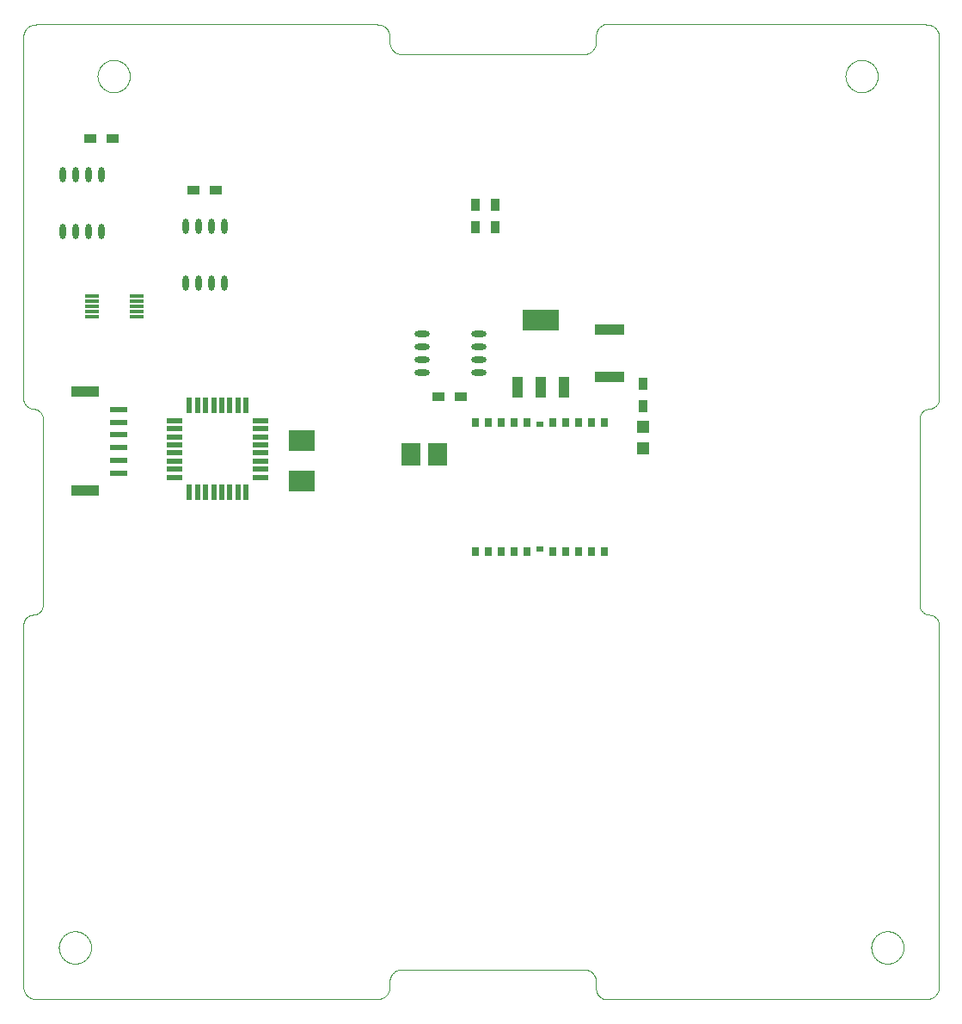
<source format=gbr>
G04 #@! TF.FileFunction,Paste,Top*
%FSLAX46Y46*%
G04 Gerber Fmt 4.6, Leading zero omitted, Abs format (unit mm)*
G04 Created by KiCad (PCBNEW 4.0.3-1.fc24-product) date Sat Oct 15 21:26:50 2016*
%MOMM*%
%LPD*%
G01*
G04 APERTURE LIST*
%ADD10C,0.100000*%
%ADD11R,1.400000X0.300000*%
%ADD12R,1.825000X2.200000*%
%ADD13R,1.600000X0.550000*%
%ADD14R,0.550000X1.600000*%
%ADD15R,3.000000X1.000000*%
%ADD16R,1.200000X0.900000*%
%ADD17O,1.473200X0.609600*%
%ADD18R,3.657600X2.032000*%
%ADD19R,1.016000X2.032000*%
%ADD20R,0.700000X0.500000*%
%ADD21R,0.700000X0.920000*%
%ADD22O,0.609600X1.473200*%
%ADD23R,1.800000X0.600000*%
%ADD24R,2.800000X1.000000*%
%ADD25R,2.500000X2.000000*%
%ADD26R,0.900000X1.200000*%
%ADD27R,1.198880X1.198880*%
G04 APERTURE END LIST*
D10*
X148181900Y-143153540D02*
X148181100Y-143103600D01*
X148184200Y-143203440D02*
X148181900Y-143153540D01*
X148188200Y-143253230D02*
X148184200Y-143203440D01*
X148193600Y-143302880D02*
X148188200Y-143253230D01*
X148200700Y-143352330D02*
X148193600Y-143302880D01*
X148209300Y-143401540D02*
X148200700Y-143352330D01*
X148219400Y-143450450D02*
X148209300Y-143401540D01*
X148231000Y-143499020D02*
X148219400Y-143450450D01*
X148244200Y-143547200D02*
X148231000Y-143499020D01*
X148258900Y-143594940D02*
X148244200Y-143547200D01*
X148275100Y-143642190D02*
X148258900Y-143594940D01*
X148292800Y-143688920D02*
X148275100Y-143642190D01*
X148311900Y-143735070D02*
X148292800Y-143688920D01*
X148332400Y-143780590D02*
X148311900Y-143735070D01*
X148354400Y-143825450D02*
X148332400Y-143780590D01*
X148377800Y-143869590D02*
X148354400Y-143825450D01*
X148402500Y-143912980D02*
X148377800Y-143869590D01*
X148428600Y-143955570D02*
X148402500Y-143912980D01*
X148456000Y-143997310D02*
X148428600Y-143955570D01*
X148484800Y-144038180D02*
X148456000Y-143997310D01*
X148514800Y-144078120D02*
X148484800Y-144038180D01*
X148546000Y-144117110D02*
X148514800Y-144078120D01*
X148578400Y-144155090D02*
X148546000Y-144117110D01*
X148612000Y-144192030D02*
X148578400Y-144155090D01*
X148646800Y-144227900D02*
X148612000Y-144192030D01*
X148682700Y-144262660D02*
X148646800Y-144227900D01*
X148719600Y-144296280D02*
X148682700Y-144262660D01*
X148757600Y-144328720D02*
X148719600Y-144296280D01*
X148796600Y-144359950D02*
X148757600Y-144328720D01*
X148836500Y-144389940D02*
X148796600Y-144359950D01*
X148877400Y-144418660D02*
X148836500Y-144389940D01*
X148919100Y-144446080D02*
X148877400Y-144418660D01*
X148961700Y-144472180D02*
X148919100Y-144446080D01*
X149005100Y-144496930D02*
X148961700Y-144472180D01*
X149049300Y-144520300D02*
X149005100Y-144496930D01*
X149094100Y-144542280D02*
X149049300Y-144520300D01*
X149139600Y-144562830D02*
X149094100Y-144542280D01*
X149185800Y-144581940D02*
X149139600Y-144562830D01*
X149232500Y-144599600D02*
X149185800Y-144581940D01*
X149279800Y-144615780D02*
X149232500Y-144599600D01*
X149327500Y-144630470D02*
X149279800Y-144615780D01*
X149375700Y-144643650D02*
X149327500Y-144630470D01*
X149424200Y-144655310D02*
X149375700Y-144643650D01*
X149473200Y-144665440D02*
X149424200Y-144655310D01*
X149522400Y-144674030D02*
X149473200Y-144665440D01*
X149571800Y-144681060D02*
X149522400Y-144674030D01*
X149621500Y-144686540D02*
X149571800Y-144681060D01*
X149671300Y-144690460D02*
X149621500Y-144686540D01*
X149721200Y-144692820D02*
X149671300Y-144690460D01*
X149771100Y-144693600D02*
X149721200Y-144692820D01*
X149821000Y-144692820D02*
X149771100Y-144693600D01*
X149870900Y-144690460D02*
X149821000Y-144692820D01*
X149920700Y-144686540D02*
X149870900Y-144690460D01*
X149970400Y-144681060D02*
X149920700Y-144686540D01*
X150019800Y-144674030D02*
X149970400Y-144681060D01*
X150069000Y-144665440D02*
X150019800Y-144674030D01*
X150117900Y-144655310D02*
X150069000Y-144665440D01*
X150166500Y-144643650D02*
X150117900Y-144655310D01*
X150214700Y-144630470D02*
X150166500Y-144643650D01*
X150262400Y-144615780D02*
X150214700Y-144630470D01*
X150309700Y-144599600D02*
X150262400Y-144615780D01*
X150356400Y-144581940D02*
X150309700Y-144599600D01*
X150402600Y-144562830D02*
X150356400Y-144581940D01*
X150448100Y-144542280D02*
X150402600Y-144562830D01*
X150492900Y-144520300D02*
X150448100Y-144542280D01*
X150537100Y-144496930D02*
X150492900Y-144520300D01*
X150580500Y-144472180D02*
X150537100Y-144496930D01*
X150623100Y-144446080D02*
X150580500Y-144472180D01*
X150664800Y-144418660D02*
X150623100Y-144446080D01*
X150705700Y-144389940D02*
X150664800Y-144418660D01*
X150745600Y-144359950D02*
X150705700Y-144389940D01*
X150784600Y-144328720D02*
X150745600Y-144359950D01*
X150822600Y-144296280D02*
X150784600Y-144328720D01*
X150859500Y-144262660D02*
X150822600Y-144296280D01*
X150895400Y-144227900D02*
X150859500Y-144262660D01*
X150930200Y-144192030D02*
X150895400Y-144227900D01*
X150963800Y-144155090D02*
X150930200Y-144192030D01*
X150996200Y-144117110D02*
X150963800Y-144155090D01*
X151027400Y-144078120D02*
X150996200Y-144117110D01*
X151057400Y-144038180D02*
X151027400Y-144078120D01*
X151086200Y-143997310D02*
X151057400Y-144038180D01*
X151113600Y-143955570D02*
X151086200Y-143997310D01*
X151139700Y-143912980D02*
X151113600Y-143955570D01*
X151164400Y-143869590D02*
X151139700Y-143912980D01*
X151187800Y-143825450D02*
X151164400Y-143869590D01*
X151209800Y-143780590D02*
X151187800Y-143825450D01*
X151230300Y-143735070D02*
X151209800Y-143780590D01*
X151249400Y-143688920D02*
X151230300Y-143735070D01*
X151267100Y-143642190D02*
X151249400Y-143688920D01*
X151283300Y-143594940D02*
X151267100Y-143642190D01*
X151298000Y-143547200D02*
X151283300Y-143594940D01*
X151311200Y-143499020D02*
X151298000Y-143547200D01*
X151322800Y-143450450D02*
X151311200Y-143499020D01*
X151332900Y-143401540D02*
X151322800Y-143450450D01*
X151341500Y-143352330D02*
X151332900Y-143401540D01*
X151348600Y-143302880D02*
X151341500Y-143352330D01*
X151354000Y-143253230D02*
X151348600Y-143302880D01*
X151358000Y-143203440D02*
X151354000Y-143253230D01*
X151360300Y-143153540D02*
X151358000Y-143203440D01*
X151361100Y-143103600D02*
X151360300Y-143153540D01*
X151360300Y-143053660D02*
X151361100Y-143103600D01*
X151358000Y-143003760D02*
X151360300Y-143053660D01*
X151354000Y-142953970D02*
X151358000Y-143003760D01*
X151348600Y-142904320D02*
X151354000Y-142953970D01*
X151341500Y-142854870D02*
X151348600Y-142904320D01*
X151332900Y-142805660D02*
X151341500Y-142854870D01*
X151322800Y-142756750D02*
X151332900Y-142805660D01*
X151311200Y-142708180D02*
X151322800Y-142756750D01*
X151298000Y-142660000D02*
X151311200Y-142708180D01*
X151283300Y-142612260D02*
X151298000Y-142660000D01*
X151267100Y-142565010D02*
X151283300Y-142612260D01*
X151249400Y-142518280D02*
X151267100Y-142565010D01*
X151230300Y-142472140D02*
X151249400Y-142518280D01*
X151209800Y-142426610D02*
X151230300Y-142472140D01*
X151187800Y-142381760D02*
X151209800Y-142426610D01*
X151164400Y-142337610D02*
X151187800Y-142381760D01*
X151139700Y-142294220D02*
X151164400Y-142337610D01*
X151113600Y-142251640D02*
X151139700Y-142294220D01*
X151086200Y-142209890D02*
X151113600Y-142251640D01*
X151057400Y-142169020D02*
X151086200Y-142209890D01*
X151027400Y-142129080D02*
X151057400Y-142169020D01*
X150996200Y-142090100D02*
X151027400Y-142129080D01*
X150963800Y-142052120D02*
X150996200Y-142090100D01*
X150930200Y-142015170D02*
X150963800Y-142052120D01*
X150895400Y-141979300D02*
X150930200Y-142015170D01*
X150859500Y-141944540D02*
X150895400Y-141979300D01*
X150822600Y-141910920D02*
X150859500Y-141944540D01*
X150784600Y-141878480D02*
X150822600Y-141910920D01*
X150745600Y-141847250D02*
X150784600Y-141878480D01*
X150705700Y-141817260D02*
X150745600Y-141847250D01*
X150664800Y-141788540D02*
X150705700Y-141817260D01*
X150623100Y-141761120D02*
X150664800Y-141788540D01*
X150580500Y-141735020D02*
X150623100Y-141761120D01*
X150537100Y-141710270D02*
X150580500Y-141735020D01*
X150492900Y-141686900D02*
X150537100Y-141710270D01*
X150448100Y-141664930D02*
X150492900Y-141686900D01*
X150402600Y-141644370D02*
X150448100Y-141664930D01*
X150356400Y-141625260D02*
X150402600Y-141644370D01*
X150309700Y-141607600D02*
X150356400Y-141625260D01*
X150262400Y-141591420D02*
X150309700Y-141607600D01*
X150214700Y-141576730D02*
X150262400Y-141591420D01*
X150166500Y-141563550D02*
X150214700Y-141576730D01*
X150117900Y-141551890D02*
X150166500Y-141563550D01*
X150069000Y-141541760D02*
X150117900Y-141551890D01*
X150019800Y-141533180D02*
X150069000Y-141541760D01*
X149970400Y-141526140D02*
X150019800Y-141533180D01*
X149920700Y-141520660D02*
X149970400Y-141526140D01*
X149870900Y-141516740D02*
X149920700Y-141520660D01*
X149821000Y-141514380D02*
X149870900Y-141516740D01*
X149771100Y-141513600D02*
X149821000Y-141514380D01*
X149721200Y-141514380D02*
X149771100Y-141513600D01*
X149671300Y-141516740D02*
X149721200Y-141514380D01*
X149621500Y-141520660D02*
X149671300Y-141516740D01*
X149571800Y-141526140D02*
X149621500Y-141520660D01*
X149522400Y-141533180D02*
X149571800Y-141526140D01*
X149473200Y-141541760D02*
X149522400Y-141533180D01*
X149424200Y-141551890D02*
X149473200Y-141541760D01*
X149375700Y-141563550D02*
X149424200Y-141551890D01*
X149327500Y-141576730D02*
X149375700Y-141563550D01*
X149279800Y-141591420D02*
X149327500Y-141576730D01*
X149232500Y-141607600D02*
X149279800Y-141591420D01*
X149185800Y-141625260D02*
X149232500Y-141607600D01*
X149139600Y-141644370D02*
X149185800Y-141625260D01*
X149094100Y-141664930D02*
X149139600Y-141644370D01*
X149049300Y-141686900D02*
X149094100Y-141664930D01*
X149005100Y-141710270D02*
X149049300Y-141686900D01*
X148961700Y-141735020D02*
X149005100Y-141710270D01*
X148919100Y-141761120D02*
X148961700Y-141735020D01*
X148877400Y-141788540D02*
X148919100Y-141761120D01*
X148836500Y-141817260D02*
X148877400Y-141788540D01*
X148796600Y-141847250D02*
X148836500Y-141817260D01*
X148757600Y-141878480D02*
X148796600Y-141847250D01*
X148719600Y-141910920D02*
X148757600Y-141878480D01*
X148682700Y-141944540D02*
X148719600Y-141910920D01*
X148646800Y-141979300D02*
X148682700Y-141944540D01*
X148612000Y-142015170D02*
X148646800Y-141979300D01*
X148578400Y-142052120D02*
X148612000Y-142015170D01*
X148546000Y-142090100D02*
X148578400Y-142052120D01*
X148514800Y-142129080D02*
X148546000Y-142090100D01*
X148484800Y-142169020D02*
X148514800Y-142129080D01*
X148456000Y-142209890D02*
X148484800Y-142169020D01*
X148428600Y-142251640D02*
X148456000Y-142209890D01*
X148402500Y-142294220D02*
X148428600Y-142251640D01*
X148377800Y-142337610D02*
X148402500Y-142294220D01*
X148354400Y-142381760D02*
X148377800Y-142337610D01*
X148332400Y-142426610D02*
X148354400Y-142381760D01*
X148311900Y-142472140D02*
X148332400Y-142426610D01*
X148292800Y-142518280D02*
X148311900Y-142472140D01*
X148275100Y-142565010D02*
X148292800Y-142518280D01*
X148258900Y-142612260D02*
X148275100Y-142565010D01*
X148244200Y-142660000D02*
X148258900Y-142612260D01*
X148231000Y-142708180D02*
X148244200Y-142660000D01*
X148219400Y-142756750D02*
X148231000Y-142708180D01*
X148209300Y-142805660D02*
X148219400Y-142756750D01*
X148200700Y-142854870D02*
X148209300Y-142805660D01*
X148193600Y-142904320D02*
X148200700Y-142854870D01*
X148188200Y-142953970D02*
X148193600Y-142904320D01*
X148184200Y-143003760D02*
X148188200Y-142953970D01*
X148181900Y-143053660D02*
X148184200Y-143003760D01*
X148181100Y-143103600D02*
X148181900Y-143053660D01*
X145641900Y-57423500D02*
X145641100Y-57373600D01*
X145644200Y-57473400D02*
X145641900Y-57423500D01*
X145648200Y-57523200D02*
X145644200Y-57473400D01*
X145653600Y-57572900D02*
X145648200Y-57523200D01*
X145660700Y-57622300D02*
X145653600Y-57572900D01*
X145669300Y-57671500D02*
X145660700Y-57622300D01*
X145679400Y-57720400D02*
X145669300Y-57671500D01*
X145691000Y-57769000D02*
X145679400Y-57720400D01*
X145704200Y-57817200D02*
X145691000Y-57769000D01*
X145718900Y-57864900D02*
X145704200Y-57817200D01*
X145735100Y-57912200D02*
X145718900Y-57864900D01*
X145752800Y-57958900D02*
X145735100Y-57912200D01*
X145771900Y-58005100D02*
X145752800Y-57958900D01*
X145792400Y-58050600D02*
X145771900Y-58005100D01*
X145814400Y-58095400D02*
X145792400Y-58050600D01*
X145837800Y-58139600D02*
X145814400Y-58095400D01*
X145862500Y-58183000D02*
X145837800Y-58139600D01*
X145888600Y-58225600D02*
X145862500Y-58183000D01*
X145916000Y-58267300D02*
X145888600Y-58225600D01*
X145944800Y-58308200D02*
X145916000Y-58267300D01*
X145974800Y-58348100D02*
X145944800Y-58308200D01*
X146006000Y-58387100D02*
X145974800Y-58348100D01*
X146038400Y-58425100D02*
X146006000Y-58387100D01*
X146072000Y-58462000D02*
X146038400Y-58425100D01*
X146106800Y-58497900D02*
X146072000Y-58462000D01*
X146142700Y-58532700D02*
X146106800Y-58497900D01*
X146179600Y-58566300D02*
X146142700Y-58532700D01*
X146217600Y-58598700D02*
X146179600Y-58566300D01*
X146256600Y-58630000D02*
X146217600Y-58598700D01*
X146296500Y-58659900D02*
X146256600Y-58630000D01*
X146337400Y-58688700D02*
X146296500Y-58659900D01*
X146379100Y-58716100D02*
X146337400Y-58688700D01*
X146421700Y-58742200D02*
X146379100Y-58716100D01*
X146465100Y-58766900D02*
X146421700Y-58742200D01*
X146509300Y-58790300D02*
X146465100Y-58766900D01*
X146554100Y-58812300D02*
X146509300Y-58790300D01*
X146599600Y-58832800D02*
X146554100Y-58812300D01*
X146645800Y-58851900D02*
X146599600Y-58832800D01*
X146692500Y-58869600D02*
X146645800Y-58851900D01*
X146739800Y-58885800D02*
X146692500Y-58869600D01*
X146787500Y-58900500D02*
X146739800Y-58885800D01*
X146835700Y-58913600D02*
X146787500Y-58900500D01*
X146884300Y-58925300D02*
X146835700Y-58913600D01*
X146933200Y-58935400D02*
X146884300Y-58925300D01*
X146982400Y-58944000D02*
X146933200Y-58935400D01*
X147031800Y-58951100D02*
X146982400Y-58944000D01*
X147081500Y-58956500D02*
X147031800Y-58951100D01*
X147131300Y-58960500D02*
X147081500Y-58956500D01*
X147181200Y-58962800D02*
X147131300Y-58960500D01*
X147231100Y-58963600D02*
X147181200Y-58962800D01*
X147281000Y-58962800D02*
X147231100Y-58963600D01*
X147330900Y-58960500D02*
X147281000Y-58962800D01*
X147380700Y-58956500D02*
X147330900Y-58960500D01*
X147430400Y-58951100D02*
X147380700Y-58956500D01*
X147479800Y-58944000D02*
X147430400Y-58951100D01*
X147529000Y-58935400D02*
X147479800Y-58944000D01*
X147578000Y-58925300D02*
X147529000Y-58935400D01*
X147626500Y-58913600D02*
X147578000Y-58925300D01*
X147674700Y-58900500D02*
X147626500Y-58913600D01*
X147722400Y-58885800D02*
X147674700Y-58900500D01*
X147769700Y-58869600D02*
X147722400Y-58885800D01*
X147816400Y-58851900D02*
X147769700Y-58869600D01*
X147862600Y-58832800D02*
X147816400Y-58851900D01*
X147908100Y-58812300D02*
X147862600Y-58832800D01*
X147952900Y-58790300D02*
X147908100Y-58812300D01*
X147997100Y-58766900D02*
X147952900Y-58790300D01*
X148040500Y-58742200D02*
X147997100Y-58766900D01*
X148083100Y-58716100D02*
X148040500Y-58742200D01*
X148124800Y-58688700D02*
X148083100Y-58716100D01*
X148165700Y-58659900D02*
X148124800Y-58688700D01*
X148205600Y-58630000D02*
X148165700Y-58659900D01*
X148244600Y-58598700D02*
X148205600Y-58630000D01*
X148282600Y-58566300D02*
X148244600Y-58598700D01*
X148319500Y-58532700D02*
X148282600Y-58566300D01*
X148355400Y-58497900D02*
X148319500Y-58532700D01*
X148390200Y-58462000D02*
X148355400Y-58497900D01*
X148423800Y-58425100D02*
X148390200Y-58462000D01*
X148456200Y-58387100D02*
X148423800Y-58425100D01*
X148487400Y-58348100D02*
X148456200Y-58387100D01*
X148517400Y-58308200D02*
X148487400Y-58348100D01*
X148546200Y-58267300D02*
X148517400Y-58308200D01*
X148573600Y-58225600D02*
X148546200Y-58267300D01*
X148599700Y-58183000D02*
X148573600Y-58225600D01*
X148624400Y-58139600D02*
X148599700Y-58183000D01*
X148647800Y-58095400D02*
X148624400Y-58139600D01*
X148669800Y-58050600D02*
X148647800Y-58095400D01*
X148690300Y-58005100D02*
X148669800Y-58050600D01*
X148709400Y-57958900D02*
X148690300Y-58005100D01*
X148727100Y-57912200D02*
X148709400Y-57958900D01*
X148743300Y-57864900D02*
X148727100Y-57912200D01*
X148758000Y-57817200D02*
X148743300Y-57864900D01*
X148771100Y-57769000D02*
X148758000Y-57817200D01*
X148782800Y-57720400D02*
X148771100Y-57769000D01*
X148792900Y-57671500D02*
X148782800Y-57720400D01*
X148801500Y-57622300D02*
X148792900Y-57671500D01*
X148808600Y-57572900D02*
X148801500Y-57622300D01*
X148814000Y-57523200D02*
X148808600Y-57572900D01*
X148818000Y-57473400D02*
X148814000Y-57523200D01*
X148820300Y-57423500D02*
X148818000Y-57473400D01*
X148821100Y-57373600D02*
X148820300Y-57423500D01*
X148820300Y-57323700D02*
X148821100Y-57373600D01*
X148818000Y-57273800D02*
X148820300Y-57323700D01*
X148814000Y-57224000D02*
X148818000Y-57273800D01*
X148808600Y-57174300D02*
X148814000Y-57224000D01*
X148801500Y-57124900D02*
X148808600Y-57174300D01*
X148792900Y-57075700D02*
X148801500Y-57124900D01*
X148782800Y-57026800D02*
X148792900Y-57075700D01*
X148771100Y-56978200D02*
X148782800Y-57026800D01*
X148758000Y-56930000D02*
X148771100Y-56978200D01*
X148743300Y-56882300D02*
X148758000Y-56930000D01*
X148727100Y-56835000D02*
X148743300Y-56882300D01*
X148709400Y-56788300D02*
X148727100Y-56835000D01*
X148690300Y-56742100D02*
X148709400Y-56788300D01*
X148669800Y-56696600D02*
X148690300Y-56742100D01*
X148647800Y-56651800D02*
X148669800Y-56696600D01*
X148624400Y-56607600D02*
X148647800Y-56651800D01*
X148599700Y-56564200D02*
X148624400Y-56607600D01*
X148573600Y-56521600D02*
X148599700Y-56564200D01*
X148546200Y-56479900D02*
X148573600Y-56521600D01*
X148517400Y-56439000D02*
X148546200Y-56479900D01*
X148487400Y-56399100D02*
X148517400Y-56439000D01*
X148456200Y-56360100D02*
X148487400Y-56399100D01*
X148423800Y-56322100D02*
X148456200Y-56360100D01*
X148390200Y-56285200D02*
X148423800Y-56322100D01*
X148355400Y-56249300D02*
X148390200Y-56285200D01*
X148319500Y-56214500D02*
X148355400Y-56249300D01*
X148282600Y-56180900D02*
X148319500Y-56214500D01*
X148244600Y-56148500D02*
X148282600Y-56180900D01*
X148205600Y-56117300D02*
X148244600Y-56148500D01*
X148165700Y-56087300D02*
X148205600Y-56117300D01*
X148124800Y-56058500D02*
X148165700Y-56087300D01*
X148083100Y-56031100D02*
X148124800Y-56058500D01*
X148040500Y-56005000D02*
X148083100Y-56031100D01*
X147997100Y-55980300D02*
X148040500Y-56005000D01*
X147952900Y-55956900D02*
X147997100Y-55980300D01*
X147908100Y-55934900D02*
X147952900Y-55956900D01*
X147862600Y-55914400D02*
X147908100Y-55934900D01*
X147816400Y-55895300D02*
X147862600Y-55914400D01*
X147769700Y-55877600D02*
X147816400Y-55895300D01*
X147722400Y-55861400D02*
X147769700Y-55877600D01*
X147674700Y-55846700D02*
X147722400Y-55861400D01*
X147626500Y-55833600D02*
X147674700Y-55846700D01*
X147578000Y-55821900D02*
X147626500Y-55833600D01*
X147529000Y-55811800D02*
X147578000Y-55821900D01*
X147479800Y-55803200D02*
X147529000Y-55811800D01*
X147430400Y-55796100D02*
X147479800Y-55803200D01*
X147380700Y-55790700D02*
X147430400Y-55796100D01*
X147330900Y-55786700D02*
X147380700Y-55790700D01*
X147281000Y-55784400D02*
X147330900Y-55786700D01*
X147231100Y-55783600D02*
X147281000Y-55784400D01*
X147181200Y-55784400D02*
X147231100Y-55783600D01*
X147131300Y-55786700D02*
X147181200Y-55784400D01*
X147081500Y-55790700D02*
X147131300Y-55786700D01*
X147031800Y-55796100D02*
X147081500Y-55790700D01*
X146982400Y-55803200D02*
X147031800Y-55796100D01*
X146933200Y-55811800D02*
X146982400Y-55803200D01*
X146884300Y-55821900D02*
X146933200Y-55811800D01*
X146835700Y-55833600D02*
X146884300Y-55821900D01*
X146787500Y-55846700D02*
X146835700Y-55833600D01*
X146739800Y-55861400D02*
X146787500Y-55846700D01*
X146692500Y-55877600D02*
X146739800Y-55861400D01*
X146645800Y-55895300D02*
X146692500Y-55877600D01*
X146599600Y-55914400D02*
X146645800Y-55895300D01*
X146554100Y-55934900D02*
X146599600Y-55914400D01*
X146509300Y-55956900D02*
X146554100Y-55934900D01*
X146465100Y-55980300D02*
X146509300Y-55956900D01*
X146421700Y-56005000D02*
X146465100Y-55980300D01*
X146379100Y-56031100D02*
X146421700Y-56005000D01*
X146337400Y-56058500D02*
X146379100Y-56031100D01*
X146296500Y-56087300D02*
X146337400Y-56058500D01*
X146256600Y-56117300D02*
X146296500Y-56087300D01*
X146217600Y-56148500D02*
X146256600Y-56117300D01*
X146179600Y-56180900D02*
X146217600Y-56148500D01*
X146142700Y-56214500D02*
X146179600Y-56180900D01*
X146106800Y-56249300D02*
X146142700Y-56214500D01*
X146072000Y-56285200D02*
X146106800Y-56249300D01*
X146038400Y-56322100D02*
X146072000Y-56285200D01*
X146006000Y-56360100D02*
X146038400Y-56322100D01*
X145974800Y-56399100D02*
X146006000Y-56360100D01*
X145944800Y-56439000D02*
X145974800Y-56399100D01*
X145916000Y-56479900D02*
X145944800Y-56439000D01*
X145888600Y-56521600D02*
X145916000Y-56479900D01*
X145862500Y-56564200D02*
X145888600Y-56521600D01*
X145837800Y-56607600D02*
X145862500Y-56564200D01*
X145814400Y-56651800D02*
X145837800Y-56607600D01*
X145792400Y-56696600D02*
X145814400Y-56651800D01*
X145771900Y-56742100D02*
X145792400Y-56696600D01*
X145752800Y-56788300D02*
X145771900Y-56742100D01*
X145735100Y-56835000D02*
X145752800Y-56788300D01*
X145718900Y-56882300D02*
X145735100Y-56835000D01*
X145704200Y-56930000D02*
X145718900Y-56882300D01*
X145691000Y-56978200D02*
X145704200Y-56930000D01*
X145679400Y-57026800D02*
X145691000Y-56978200D01*
X145669300Y-57075700D02*
X145679400Y-57026800D01*
X145660700Y-57124900D02*
X145669300Y-57075700D01*
X145653600Y-57174300D02*
X145660700Y-57124900D01*
X145648200Y-57224000D02*
X145653600Y-57174300D01*
X145644200Y-57273800D02*
X145648200Y-57224000D01*
X145641900Y-57323700D02*
X145644200Y-57273800D01*
X145641100Y-57373600D02*
X145641900Y-57323700D01*
X71981880Y-57423500D02*
X71981100Y-57373600D01*
X71984240Y-57473400D02*
X71981880Y-57423500D01*
X71988160Y-57523200D02*
X71984240Y-57473400D01*
X71993640Y-57572900D02*
X71988160Y-57523200D01*
X72000680Y-57622300D02*
X71993640Y-57572900D01*
X72009260Y-57671500D02*
X72000680Y-57622300D01*
X72019390Y-57720400D02*
X72009260Y-57671500D01*
X72031050Y-57769000D02*
X72019390Y-57720400D01*
X72044230Y-57817200D02*
X72031050Y-57769000D01*
X72058920Y-57864900D02*
X72044230Y-57817200D01*
X72075100Y-57912200D02*
X72058920Y-57864900D01*
X72092750Y-57958900D02*
X72075100Y-57912200D01*
X72111870Y-58005100D02*
X72092750Y-57958900D01*
X72132420Y-58050600D02*
X72111870Y-58005100D01*
X72154400Y-58095400D02*
X72132420Y-58050600D01*
X72177770Y-58139600D02*
X72154400Y-58095400D01*
X72202520Y-58183000D02*
X72177770Y-58139600D01*
X72228620Y-58225600D02*
X72202520Y-58183000D01*
X72256040Y-58267300D02*
X72228620Y-58225600D01*
X72284760Y-58308200D02*
X72256040Y-58267300D01*
X72314750Y-58348100D02*
X72284760Y-58308200D01*
X72345980Y-58387100D02*
X72314750Y-58348100D01*
X72378420Y-58425100D02*
X72345980Y-58387100D01*
X72412040Y-58462000D02*
X72378420Y-58425100D01*
X72446800Y-58497900D02*
X72412040Y-58462000D01*
X72482670Y-58532700D02*
X72446800Y-58497900D01*
X72519610Y-58566300D02*
X72482670Y-58532700D01*
X72557600Y-58598700D02*
X72519610Y-58566300D01*
X72596580Y-58630000D02*
X72557600Y-58598700D01*
X72636520Y-58659900D02*
X72596580Y-58630000D01*
X72677390Y-58688700D02*
X72636520Y-58659900D01*
X72719140Y-58716100D02*
X72677390Y-58688700D01*
X72761720Y-58742200D02*
X72719140Y-58716100D01*
X72805110Y-58766900D02*
X72761720Y-58742200D01*
X72849250Y-58790300D02*
X72805110Y-58766900D01*
X72894110Y-58812300D02*
X72849250Y-58790300D01*
X72939630Y-58832800D02*
X72894110Y-58812300D01*
X72985780Y-58851900D02*
X72939630Y-58832800D01*
X73032510Y-58869600D02*
X72985780Y-58851900D01*
X73079760Y-58885800D02*
X73032510Y-58869600D01*
X73127500Y-58900500D02*
X73079760Y-58885800D01*
X73175680Y-58913600D02*
X73127500Y-58900500D01*
X73224250Y-58925300D02*
X73175680Y-58913600D01*
X73273160Y-58935400D02*
X73224250Y-58925300D01*
X73322370Y-58944000D02*
X73273160Y-58935400D01*
X73371820Y-58951100D02*
X73322370Y-58944000D01*
X73421470Y-58956500D02*
X73371820Y-58951100D01*
X73471260Y-58960500D02*
X73421470Y-58956500D01*
X73521160Y-58962800D02*
X73471260Y-58960500D01*
X73571100Y-58963600D02*
X73521160Y-58962800D01*
X73621040Y-58962800D02*
X73571100Y-58963600D01*
X73670940Y-58960500D02*
X73621040Y-58962800D01*
X73720730Y-58956500D02*
X73670940Y-58960500D01*
X73770380Y-58951100D02*
X73720730Y-58956500D01*
X73819830Y-58944000D02*
X73770380Y-58951100D01*
X73869040Y-58935400D02*
X73819830Y-58944000D01*
X73917950Y-58925300D02*
X73869040Y-58935400D01*
X73966520Y-58913600D02*
X73917950Y-58925300D01*
X74014700Y-58900500D02*
X73966520Y-58913600D01*
X74062440Y-58885800D02*
X74014700Y-58900500D01*
X74109690Y-58869600D02*
X74062440Y-58885800D01*
X74156420Y-58851900D02*
X74109690Y-58869600D01*
X74202560Y-58832800D02*
X74156420Y-58851900D01*
X74248090Y-58812300D02*
X74202560Y-58832800D01*
X74292940Y-58790300D02*
X74248090Y-58812300D01*
X74337090Y-58766900D02*
X74292940Y-58790300D01*
X74380480Y-58742200D02*
X74337090Y-58766900D01*
X74423060Y-58716100D02*
X74380480Y-58742200D01*
X74464810Y-58688700D02*
X74423060Y-58716100D01*
X74505680Y-58659900D02*
X74464810Y-58688700D01*
X74545620Y-58630000D02*
X74505680Y-58659900D01*
X74584600Y-58598700D02*
X74545620Y-58630000D01*
X74622590Y-58566300D02*
X74584600Y-58598700D01*
X74659530Y-58532700D02*
X74622590Y-58566300D01*
X74695400Y-58497900D02*
X74659530Y-58532700D01*
X74730200Y-58462000D02*
X74695400Y-58497900D01*
X74763800Y-58425100D02*
X74730200Y-58462000D01*
X74796200Y-58387100D02*
X74763800Y-58425100D01*
X74827400Y-58348100D02*
X74796200Y-58387100D01*
X74857400Y-58308200D02*
X74827400Y-58348100D01*
X74886200Y-58267300D02*
X74857400Y-58308200D01*
X74913600Y-58225600D02*
X74886200Y-58267300D01*
X74939700Y-58183000D02*
X74913600Y-58225600D01*
X74964400Y-58139600D02*
X74939700Y-58183000D01*
X74987800Y-58095400D02*
X74964400Y-58139600D01*
X75009800Y-58050600D02*
X74987800Y-58095400D01*
X75030300Y-58005100D02*
X75009800Y-58050600D01*
X75049400Y-57958900D02*
X75030300Y-58005100D01*
X75067100Y-57912200D02*
X75049400Y-57958900D01*
X75083300Y-57864900D02*
X75067100Y-57912200D01*
X75098000Y-57817200D02*
X75083300Y-57864900D01*
X75111100Y-57769000D02*
X75098000Y-57817200D01*
X75122800Y-57720400D02*
X75111100Y-57769000D01*
X75132900Y-57671500D02*
X75122800Y-57720400D01*
X75141500Y-57622300D02*
X75132900Y-57671500D01*
X75148600Y-57572900D02*
X75141500Y-57622300D01*
X75154000Y-57523200D02*
X75148600Y-57572900D01*
X75158000Y-57473400D02*
X75154000Y-57523200D01*
X75160300Y-57423500D02*
X75158000Y-57473400D01*
X75161100Y-57373600D02*
X75160300Y-57423500D01*
X75160300Y-57323700D02*
X75161100Y-57373600D01*
X75158000Y-57273800D02*
X75160300Y-57323700D01*
X75154000Y-57224000D02*
X75158000Y-57273800D01*
X75148600Y-57174300D02*
X75154000Y-57224000D01*
X75141500Y-57124900D02*
X75148600Y-57174300D01*
X75132900Y-57075700D02*
X75141500Y-57124900D01*
X75122800Y-57026800D02*
X75132900Y-57075700D01*
X75111100Y-56978200D02*
X75122800Y-57026800D01*
X75098000Y-56930000D02*
X75111100Y-56978200D01*
X75083300Y-56882300D02*
X75098000Y-56930000D01*
X75067100Y-56835000D02*
X75083300Y-56882300D01*
X75049400Y-56788300D02*
X75067100Y-56835000D01*
X75030300Y-56742100D02*
X75049400Y-56788300D01*
X75009800Y-56696600D02*
X75030300Y-56742100D01*
X74987800Y-56651800D02*
X75009800Y-56696600D01*
X74964400Y-56607600D02*
X74987800Y-56651800D01*
X74939700Y-56564200D02*
X74964400Y-56607600D01*
X74913600Y-56521600D02*
X74939700Y-56564200D01*
X74886200Y-56479900D02*
X74913600Y-56521600D01*
X74857400Y-56439000D02*
X74886200Y-56479900D01*
X74827400Y-56399100D02*
X74857400Y-56439000D01*
X74796200Y-56360100D02*
X74827400Y-56399100D01*
X74763800Y-56322100D02*
X74796200Y-56360100D01*
X74730200Y-56285200D02*
X74763800Y-56322100D01*
X74695400Y-56249300D02*
X74730200Y-56285200D01*
X74659530Y-56214500D02*
X74695400Y-56249300D01*
X74622590Y-56180900D02*
X74659530Y-56214500D01*
X74584600Y-56148500D02*
X74622590Y-56180900D01*
X74545620Y-56117300D02*
X74584600Y-56148500D01*
X74505680Y-56087300D02*
X74545620Y-56117300D01*
X74464810Y-56058500D02*
X74505680Y-56087300D01*
X74423060Y-56031100D02*
X74464810Y-56058500D01*
X74380480Y-56005000D02*
X74423060Y-56031100D01*
X74337090Y-55980300D02*
X74380480Y-56005000D01*
X74292940Y-55956900D02*
X74337090Y-55980300D01*
X74248090Y-55934900D02*
X74292940Y-55956900D01*
X74202560Y-55914400D02*
X74248090Y-55934900D01*
X74156420Y-55895300D02*
X74202560Y-55914400D01*
X74109690Y-55877600D02*
X74156420Y-55895300D01*
X74062440Y-55861400D02*
X74109690Y-55877600D01*
X74014700Y-55846700D02*
X74062440Y-55861400D01*
X73966520Y-55833600D02*
X74014700Y-55846700D01*
X73917950Y-55821900D02*
X73966520Y-55833600D01*
X73869040Y-55811800D02*
X73917950Y-55821900D01*
X73819830Y-55803200D02*
X73869040Y-55811800D01*
X73770380Y-55796100D02*
X73819830Y-55803200D01*
X73720730Y-55790700D02*
X73770380Y-55796100D01*
X73670940Y-55786700D02*
X73720730Y-55790700D01*
X73621040Y-55784400D02*
X73670940Y-55786700D01*
X73571100Y-55783600D02*
X73621040Y-55784400D01*
X73521160Y-55784400D02*
X73571100Y-55783600D01*
X73471260Y-55786700D02*
X73521160Y-55784400D01*
X73421470Y-55790700D02*
X73471260Y-55786700D01*
X73371820Y-55796100D02*
X73421470Y-55790700D01*
X73322370Y-55803200D02*
X73371820Y-55796100D01*
X73273160Y-55811800D02*
X73322370Y-55803200D01*
X73224250Y-55821900D02*
X73273160Y-55811800D01*
X73175680Y-55833600D02*
X73224250Y-55821900D01*
X73127500Y-55846700D02*
X73175680Y-55833600D01*
X73079760Y-55861400D02*
X73127500Y-55846700D01*
X73032510Y-55877600D02*
X73079760Y-55861400D01*
X72985780Y-55895300D02*
X73032510Y-55877600D01*
X72939630Y-55914400D02*
X72985780Y-55895300D01*
X72894110Y-55934900D02*
X72939630Y-55914400D01*
X72849250Y-55956900D02*
X72894110Y-55934900D01*
X72805110Y-55980300D02*
X72849250Y-55956900D01*
X72761720Y-56005000D02*
X72805110Y-55980300D01*
X72719140Y-56031100D02*
X72761720Y-56005000D01*
X72677390Y-56058500D02*
X72719140Y-56031100D01*
X72636520Y-56087300D02*
X72677390Y-56058500D01*
X72596580Y-56117300D02*
X72636520Y-56087300D01*
X72557600Y-56148500D02*
X72596580Y-56117300D01*
X72519610Y-56180900D02*
X72557600Y-56148500D01*
X72482670Y-56214500D02*
X72519610Y-56180900D01*
X72446800Y-56249300D02*
X72482670Y-56214500D01*
X72412040Y-56285200D02*
X72446800Y-56249300D01*
X72378420Y-56322100D02*
X72412040Y-56285200D01*
X72345980Y-56360100D02*
X72378420Y-56322100D01*
X72314750Y-56399100D02*
X72345980Y-56360100D01*
X72284760Y-56439000D02*
X72314750Y-56399100D01*
X72256040Y-56479900D02*
X72284760Y-56439000D01*
X72228620Y-56521600D02*
X72256040Y-56479900D01*
X72202520Y-56564200D02*
X72228620Y-56521600D01*
X72177770Y-56607600D02*
X72202520Y-56564200D01*
X72154400Y-56651800D02*
X72177770Y-56607600D01*
X72132420Y-56696600D02*
X72154400Y-56651800D01*
X72111870Y-56742100D02*
X72132420Y-56696600D01*
X72092750Y-56788300D02*
X72111870Y-56742100D01*
X72075100Y-56835000D02*
X72092750Y-56788300D01*
X72058920Y-56882300D02*
X72075100Y-56835000D01*
X72044230Y-56930000D02*
X72058920Y-56882300D01*
X72031050Y-56978200D02*
X72044230Y-56930000D01*
X72019390Y-57026800D02*
X72031050Y-56978200D01*
X72009260Y-57075700D02*
X72019390Y-57026800D01*
X72000680Y-57124900D02*
X72009260Y-57075700D01*
X71993640Y-57174300D02*
X72000680Y-57124900D01*
X71988160Y-57224000D02*
X71993640Y-57174300D01*
X71984240Y-57273800D02*
X71988160Y-57224000D01*
X71981880Y-57323700D02*
X71984240Y-57273800D01*
X71981100Y-57373600D02*
X71981880Y-57323700D01*
X68171880Y-143153540D02*
X68171100Y-143103600D01*
X68174240Y-143203440D02*
X68171880Y-143153540D01*
X68178160Y-143253230D02*
X68174240Y-143203440D01*
X68183640Y-143302880D02*
X68178160Y-143253230D01*
X68190670Y-143352330D02*
X68183640Y-143302880D01*
X68199260Y-143401540D02*
X68190670Y-143352330D01*
X68209390Y-143450450D02*
X68199260Y-143401540D01*
X68221050Y-143499020D02*
X68209390Y-143450450D01*
X68234230Y-143547200D02*
X68221050Y-143499020D01*
X68248920Y-143594940D02*
X68234230Y-143547200D01*
X68265100Y-143642190D02*
X68248920Y-143594940D01*
X68282760Y-143688920D02*
X68265100Y-143642190D01*
X68301870Y-143735070D02*
X68282760Y-143688920D01*
X68322420Y-143780590D02*
X68301870Y-143735070D01*
X68344400Y-143825450D02*
X68322420Y-143780590D01*
X68367770Y-143869590D02*
X68344400Y-143825450D01*
X68392520Y-143912980D02*
X68367770Y-143869590D01*
X68418620Y-143955570D02*
X68392520Y-143912980D01*
X68446040Y-143997310D02*
X68418620Y-143955570D01*
X68474760Y-144038180D02*
X68446040Y-143997310D01*
X68504750Y-144078120D02*
X68474760Y-144038180D01*
X68535980Y-144117110D02*
X68504750Y-144078120D01*
X68568420Y-144155090D02*
X68535980Y-144117110D01*
X68602040Y-144192030D02*
X68568420Y-144155090D01*
X68636800Y-144227900D02*
X68602040Y-144192030D01*
X68672670Y-144262660D02*
X68636800Y-144227900D01*
X68709610Y-144296280D02*
X68672670Y-144262660D01*
X68747590Y-144328720D02*
X68709610Y-144296280D01*
X68786580Y-144359950D02*
X68747590Y-144328720D01*
X68826520Y-144389940D02*
X68786580Y-144359950D01*
X68867390Y-144418660D02*
X68826520Y-144389940D01*
X68909130Y-144446080D02*
X68867390Y-144418660D01*
X68951720Y-144472180D02*
X68909130Y-144446080D01*
X68995110Y-144496930D02*
X68951720Y-144472180D01*
X69039250Y-144520300D02*
X68995110Y-144496930D01*
X69084110Y-144542280D02*
X69039250Y-144520300D01*
X69129630Y-144562830D02*
X69084110Y-144542280D01*
X69175780Y-144581940D02*
X69129630Y-144562830D01*
X69222510Y-144599600D02*
X69175780Y-144581940D01*
X69269760Y-144615780D02*
X69222510Y-144599600D01*
X69317500Y-144630470D02*
X69269760Y-144615780D01*
X69365680Y-144643650D02*
X69317500Y-144630470D01*
X69414250Y-144655310D02*
X69365680Y-144643650D01*
X69463160Y-144665440D02*
X69414250Y-144655310D01*
X69512370Y-144674030D02*
X69463160Y-144665440D01*
X69561820Y-144681060D02*
X69512370Y-144674030D01*
X69611470Y-144686540D02*
X69561820Y-144681060D01*
X69661260Y-144690460D02*
X69611470Y-144686540D01*
X69711160Y-144692820D02*
X69661260Y-144690460D01*
X69761100Y-144693600D02*
X69711160Y-144692820D01*
X69811040Y-144692820D02*
X69761100Y-144693600D01*
X69860940Y-144690460D02*
X69811040Y-144692820D01*
X69910730Y-144686540D02*
X69860940Y-144690460D01*
X69960380Y-144681060D02*
X69910730Y-144686540D01*
X70009830Y-144674030D02*
X69960380Y-144681060D01*
X70059040Y-144665440D02*
X70009830Y-144674030D01*
X70107950Y-144655310D02*
X70059040Y-144665440D01*
X70156520Y-144643650D02*
X70107950Y-144655310D01*
X70204700Y-144630470D02*
X70156520Y-144643650D01*
X70252440Y-144615780D02*
X70204700Y-144630470D01*
X70299690Y-144599600D02*
X70252440Y-144615780D01*
X70346420Y-144581940D02*
X70299690Y-144599600D01*
X70392560Y-144562830D02*
X70346420Y-144581940D01*
X70438090Y-144542280D02*
X70392560Y-144562830D01*
X70482940Y-144520300D02*
X70438090Y-144542280D01*
X70527090Y-144496930D02*
X70482940Y-144520300D01*
X70570480Y-144472180D02*
X70527090Y-144496930D01*
X70613060Y-144446080D02*
X70570480Y-144472180D01*
X70654810Y-144418660D02*
X70613060Y-144446080D01*
X70695680Y-144389940D02*
X70654810Y-144418660D01*
X70735620Y-144359950D02*
X70695680Y-144389940D01*
X70774600Y-144328720D02*
X70735620Y-144359950D01*
X70812580Y-144296280D02*
X70774600Y-144328720D01*
X70849530Y-144262660D02*
X70812580Y-144296280D01*
X70885400Y-144227900D02*
X70849530Y-144262660D01*
X70920160Y-144192030D02*
X70885400Y-144227900D01*
X70953780Y-144155090D02*
X70920160Y-144192030D01*
X70986220Y-144117110D02*
X70953780Y-144155090D01*
X71017450Y-144078120D02*
X70986220Y-144117110D01*
X71047440Y-144038180D02*
X71017450Y-144078120D01*
X71076160Y-143997310D02*
X71047440Y-144038180D01*
X71103580Y-143955570D02*
X71076160Y-143997310D01*
X71129680Y-143912980D02*
X71103580Y-143955570D01*
X71154430Y-143869590D02*
X71129680Y-143912980D01*
X71177800Y-143825450D02*
X71154430Y-143869590D01*
X71199770Y-143780590D02*
X71177800Y-143825450D01*
X71220330Y-143735070D02*
X71199770Y-143780590D01*
X71239440Y-143688920D02*
X71220330Y-143735070D01*
X71257100Y-143642190D02*
X71239440Y-143688920D01*
X71273280Y-143594940D02*
X71257100Y-143642190D01*
X71287970Y-143547200D02*
X71273280Y-143594940D01*
X71301150Y-143499020D02*
X71287970Y-143547200D01*
X71312810Y-143450450D02*
X71301150Y-143499020D01*
X71322940Y-143401540D02*
X71312810Y-143450450D01*
X71331520Y-143352330D02*
X71322940Y-143401540D01*
X71338560Y-143302880D02*
X71331520Y-143352330D01*
X71344040Y-143253230D02*
X71338560Y-143302880D01*
X71347960Y-143203440D02*
X71344040Y-143253230D01*
X71350320Y-143153540D02*
X71347960Y-143203440D01*
X71351100Y-143103600D02*
X71350320Y-143153540D01*
X71350320Y-143053660D02*
X71351100Y-143103600D01*
X71347960Y-143003760D02*
X71350320Y-143053660D01*
X71344040Y-142953970D02*
X71347960Y-143003760D01*
X71338560Y-142904320D02*
X71344040Y-142953970D01*
X71331520Y-142854870D02*
X71338560Y-142904320D01*
X71322940Y-142805660D02*
X71331520Y-142854870D01*
X71312810Y-142756750D02*
X71322940Y-142805660D01*
X71301150Y-142708180D02*
X71312810Y-142756750D01*
X71287970Y-142660000D02*
X71301150Y-142708180D01*
X71273280Y-142612260D02*
X71287970Y-142660000D01*
X71257100Y-142565010D02*
X71273280Y-142612260D01*
X71239440Y-142518280D02*
X71257100Y-142565010D01*
X71220330Y-142472140D02*
X71239440Y-142518280D01*
X71199770Y-142426610D02*
X71220330Y-142472140D01*
X71177800Y-142381760D02*
X71199770Y-142426610D01*
X71154430Y-142337610D02*
X71177800Y-142381760D01*
X71129680Y-142294220D02*
X71154430Y-142337610D01*
X71103580Y-142251640D02*
X71129680Y-142294220D01*
X71076160Y-142209890D02*
X71103580Y-142251640D01*
X71047440Y-142169020D02*
X71076160Y-142209890D01*
X71017450Y-142129080D02*
X71047440Y-142169020D01*
X70986220Y-142090100D02*
X71017450Y-142129080D01*
X70953780Y-142052120D02*
X70986220Y-142090100D01*
X70920160Y-142015170D02*
X70953780Y-142052120D01*
X70885400Y-141979300D02*
X70920160Y-142015170D01*
X70849530Y-141944540D02*
X70885400Y-141979300D01*
X70812580Y-141910920D02*
X70849530Y-141944540D01*
X70774600Y-141878480D02*
X70812580Y-141910920D01*
X70735620Y-141847250D02*
X70774600Y-141878480D01*
X70695680Y-141817260D02*
X70735620Y-141847250D01*
X70654810Y-141788540D02*
X70695680Y-141817260D01*
X70613060Y-141761120D02*
X70654810Y-141788540D01*
X70570480Y-141735020D02*
X70613060Y-141761120D01*
X70527090Y-141710270D02*
X70570480Y-141735020D01*
X70482940Y-141686900D02*
X70527090Y-141710270D01*
X70438090Y-141664930D02*
X70482940Y-141686900D01*
X70392560Y-141644370D02*
X70438090Y-141664930D01*
X70346420Y-141625260D02*
X70392560Y-141644370D01*
X70299690Y-141607600D02*
X70346420Y-141625260D01*
X70252440Y-141591420D02*
X70299690Y-141607600D01*
X70204700Y-141576730D02*
X70252440Y-141591420D01*
X70156520Y-141563550D02*
X70204700Y-141576730D01*
X70107950Y-141551890D02*
X70156520Y-141563550D01*
X70059040Y-141541760D02*
X70107950Y-141551890D01*
X70009830Y-141533180D02*
X70059040Y-141541760D01*
X69960380Y-141526140D02*
X70009830Y-141533180D01*
X69910730Y-141520660D02*
X69960380Y-141526140D01*
X69860940Y-141516740D02*
X69910730Y-141520660D01*
X69811040Y-141514380D02*
X69860940Y-141516740D01*
X69761100Y-141513600D02*
X69811040Y-141514380D01*
X69711160Y-141514380D02*
X69761100Y-141513600D01*
X69661260Y-141516740D02*
X69711160Y-141514380D01*
X69611470Y-141520660D02*
X69661260Y-141516740D01*
X69561820Y-141526140D02*
X69611470Y-141520660D01*
X69512370Y-141533180D02*
X69561820Y-141526140D01*
X69463160Y-141541760D02*
X69512370Y-141533180D01*
X69414250Y-141551890D02*
X69463160Y-141541760D01*
X69365680Y-141563550D02*
X69414250Y-141551890D01*
X69317500Y-141576730D02*
X69365680Y-141563550D01*
X69269760Y-141591420D02*
X69317500Y-141576730D01*
X69222510Y-141607600D02*
X69269760Y-141591420D01*
X69175780Y-141625260D02*
X69222510Y-141607600D01*
X69129630Y-141644370D02*
X69175780Y-141625260D01*
X69084110Y-141664930D02*
X69129630Y-141644370D01*
X69039250Y-141686900D02*
X69084110Y-141664930D01*
X68995110Y-141710270D02*
X69039250Y-141686900D01*
X68951720Y-141735020D02*
X68995110Y-141710270D01*
X68909130Y-141761120D02*
X68951720Y-141735020D01*
X68867390Y-141788540D02*
X68909130Y-141761120D01*
X68826520Y-141817260D02*
X68867390Y-141788540D01*
X68786580Y-141847250D02*
X68826520Y-141817260D01*
X68747590Y-141878480D02*
X68786580Y-141847250D01*
X68709610Y-141910920D02*
X68747590Y-141878480D01*
X68672670Y-141944540D02*
X68709610Y-141910920D01*
X68636800Y-141979300D02*
X68672670Y-141944540D01*
X68602040Y-142015170D02*
X68636800Y-141979300D01*
X68568420Y-142052120D02*
X68602040Y-142015170D01*
X68535980Y-142090100D02*
X68568420Y-142052120D01*
X68504750Y-142129080D02*
X68535980Y-142090100D01*
X68474760Y-142169020D02*
X68504750Y-142129080D01*
X68446040Y-142209890D02*
X68474760Y-142169020D01*
X68418620Y-142251640D02*
X68446040Y-142209890D01*
X68392520Y-142294220D02*
X68418620Y-142251640D01*
X68367770Y-142337610D02*
X68392520Y-142294220D01*
X68344400Y-142381760D02*
X68367770Y-142337610D01*
X68322420Y-142426610D02*
X68344400Y-142381760D01*
X68301870Y-142472140D02*
X68322420Y-142426610D01*
X68282760Y-142518280D02*
X68301870Y-142472140D01*
X68265100Y-142565010D02*
X68282760Y-142518280D01*
X68248920Y-142612260D02*
X68265100Y-142565010D01*
X68234230Y-142660000D02*
X68248920Y-142612260D01*
X68221050Y-142708180D02*
X68234230Y-142660000D01*
X68209390Y-142756750D02*
X68221050Y-142708180D01*
X68199260Y-142805660D02*
X68209390Y-142756750D01*
X68190670Y-142854870D02*
X68199260Y-142805660D01*
X68183640Y-142904320D02*
X68190670Y-142854870D01*
X68178160Y-142953970D02*
X68183640Y-142904320D01*
X68174240Y-143003760D02*
X68178160Y-142953970D01*
X68171880Y-143053660D02*
X68174240Y-143003760D01*
X68171100Y-143103600D02*
X68171880Y-143053660D01*
X64681100Y-111423600D02*
X64681100Y-146933600D01*
X64682662Y-111423600D02*
X64681100Y-111423600D01*
X64681411Y-111398500D02*
X64682662Y-111423600D01*
X64681411Y-111348700D02*
X64681411Y-111398500D01*
X64683897Y-111298900D02*
X64681411Y-111348700D01*
X64688860Y-111249300D02*
X64683897Y-111298900D01*
X64696293Y-111199900D02*
X64688860Y-111249300D01*
X64706172Y-111151100D02*
X64696293Y-111199900D01*
X64718476Y-111102800D02*
X64706172Y-111151100D01*
X64733174Y-111055100D02*
X64718476Y-111102800D01*
X64750227Y-111008300D02*
X64733174Y-111055100D01*
X64769593Y-110962300D02*
X64750227Y-111008300D01*
X64791227Y-110917400D02*
X64769593Y-110962300D01*
X64815074Y-110873600D02*
X64791227Y-110917400D01*
X64841073Y-110831100D02*
X64815074Y-110873600D01*
X64869163Y-110789900D02*
X64841073Y-110831100D01*
X64899268Y-110750100D02*
X64869163Y-110789900D01*
X64931318Y-110711900D02*
X64899268Y-110750100D01*
X64965234Y-110675400D02*
X64931318Y-110711900D01*
X65000927Y-110640500D02*
X64965234Y-110675400D01*
X65038312Y-110607600D02*
X65000927Y-110640500D01*
X65077295Y-110576500D02*
X65038312Y-110607600D01*
X65117781Y-110547400D02*
X65077295Y-110576500D01*
X65159664Y-110520300D02*
X65117781Y-110547400D01*
X65202846Y-110495400D02*
X65159664Y-110520300D01*
X65247214Y-110472600D02*
X65202846Y-110495400D01*
X65292665Y-110452100D02*
X65247214Y-110472600D01*
X65339078Y-110433900D02*
X65292665Y-110452100D01*
X65386343Y-110418000D02*
X65339078Y-110433900D01*
X65434342Y-110404500D02*
X65386343Y-110418000D01*
X65482952Y-110393400D02*
X65434342Y-110404500D01*
X65532057Y-110384800D02*
X65482952Y-110393400D01*
X65581532Y-110378600D02*
X65532057Y-110384800D01*
X65631252Y-110374800D02*
X65581532Y-110378600D01*
X65681100Y-110373600D02*
X65631252Y-110374800D01*
X65730950Y-110374800D02*
X65681100Y-110373600D01*
X65731100Y-110374900D02*
X65730950Y-110374800D01*
X65731100Y-110364800D02*
X65731100Y-110374900D01*
X65750140Y-110362400D02*
X65731100Y-110364800D01*
X65799250Y-110353800D02*
X65750140Y-110362400D01*
X65847860Y-110342700D02*
X65799250Y-110353800D01*
X65895860Y-110329200D02*
X65847860Y-110342700D01*
X65943120Y-110313300D02*
X65895860Y-110329200D01*
X65989540Y-110295100D02*
X65943120Y-110313300D01*
X66034980Y-110274600D02*
X65989540Y-110295100D01*
X66079350Y-110251800D02*
X66034980Y-110274600D01*
X66122530Y-110226900D02*
X66079350Y-110251800D01*
X66164420Y-110199800D02*
X66122530Y-110226900D01*
X66204900Y-110170700D02*
X66164420Y-110199800D01*
X66243890Y-110139600D02*
X66204900Y-110170700D01*
X66281270Y-110106600D02*
X66243890Y-110139600D01*
X66316970Y-110071800D02*
X66281270Y-110106600D01*
X66350880Y-110035300D02*
X66316970Y-110071800D01*
X66382930Y-109997100D02*
X66350880Y-110035300D01*
X66413040Y-109957300D02*
X66382930Y-109997100D01*
X66441130Y-109916100D02*
X66413040Y-109957300D01*
X66467120Y-109873600D02*
X66441130Y-109916100D01*
X66490970Y-109829800D02*
X66467120Y-109873600D01*
X66512610Y-109784900D02*
X66490970Y-109829800D01*
X66531970Y-109738900D02*
X66512610Y-109784900D01*
X66549030Y-109692100D02*
X66531970Y-109738900D01*
X66563720Y-109644400D02*
X66549030Y-109692100D01*
X66576030Y-109596100D02*
X66563720Y-109644400D01*
X66585910Y-109547200D02*
X66576030Y-109596100D01*
X66593340Y-109497900D02*
X66585910Y-109547200D01*
X66598300Y-109448300D02*
X66593340Y-109497900D01*
X66600790Y-109398500D02*
X66598300Y-109448300D01*
X66600790Y-109348700D02*
X66600790Y-109398500D01*
X66599540Y-109323600D02*
X66600790Y-109348700D01*
X66601100Y-109323600D02*
X66599540Y-109323600D01*
X66601100Y-91153600D02*
X66601100Y-109323600D01*
X66599840Y-91153600D02*
X66601100Y-91153600D01*
X66599860Y-91153400D02*
X66599840Y-91153600D01*
X66601100Y-91103600D02*
X66599860Y-91153400D01*
X66599860Y-91053800D02*
X66601100Y-91103600D01*
X66596130Y-91004000D02*
X66599860Y-91053800D01*
X66589930Y-90954600D02*
X66596130Y-91004000D01*
X66581270Y-90905500D02*
X66589930Y-90954600D01*
X66570180Y-90856800D02*
X66581270Y-90905500D01*
X66556670Y-90808800D02*
X66570180Y-90856800D01*
X66540790Y-90761600D02*
X66556670Y-90808800D01*
X66522580Y-90715200D02*
X66540790Y-90761600D01*
X66502070Y-90669700D02*
X66522580Y-90715200D01*
X66479320Y-90625300D02*
X66502070Y-90669700D01*
X66454390Y-90582200D02*
X66479320Y-90625300D01*
X66427340Y-90540300D02*
X66454390Y-90582200D01*
X66398230Y-90499800D02*
X66427340Y-90540300D01*
X66367140Y-90460800D02*
X66398230Y-90499800D01*
X66334150Y-90423400D02*
X66367140Y-90460800D01*
X66299340Y-90387700D02*
X66334150Y-90423400D01*
X66262780Y-90353800D02*
X66299340Y-90387700D01*
X66224590Y-90321800D02*
X66262780Y-90353800D01*
X66184840Y-90291700D02*
X66224590Y-90321800D01*
X66143650Y-90263600D02*
X66184840Y-90291700D01*
X66101100Y-90237600D02*
X66143650Y-90263600D01*
X66057310Y-90213700D02*
X66101100Y-90237600D01*
X66012390Y-90192100D02*
X66057310Y-90213700D01*
X65966440Y-90172700D02*
X66012390Y-90192100D01*
X65919590Y-90155700D02*
X65966440Y-90172700D01*
X65871940Y-90141000D02*
X65919590Y-90155700D01*
X65823620Y-90128700D02*
X65871940Y-90141000D01*
X65774750Y-90118800D02*
X65823620Y-90128700D01*
X65731100Y-90112200D02*
X65774750Y-90118800D01*
X65731100Y-90102000D02*
X65731100Y-90112200D01*
X65706030Y-90103300D02*
X65731100Y-90102000D01*
X65656168Y-90103300D02*
X65706030Y-90103300D01*
X65606368Y-90100800D02*
X65656168Y-90103300D01*
X65556755Y-90095800D02*
X65606368Y-90100800D01*
X65507450Y-90088400D02*
X65556755Y-90095800D01*
X65458577Y-90078500D02*
X65507450Y-90088400D01*
X65410258Y-90066200D02*
X65458577Y-90078500D01*
X65362613Y-90051500D02*
X65410258Y-90066200D01*
X65315759Y-90034500D02*
X65362613Y-90051500D01*
X65269813Y-90015100D02*
X65315759Y-90034500D01*
X65224889Y-89993500D02*
X65269813Y-90015100D01*
X65181100Y-89969600D02*
X65224889Y-89993500D01*
X65138555Y-89943600D02*
X65181100Y-89969600D01*
X65097357Y-89915500D02*
X65138555Y-89943600D01*
X65057611Y-89885400D02*
X65097357Y-89915500D01*
X65019414Y-89853400D02*
X65057611Y-89885400D01*
X64982864Y-89819500D02*
X65019414Y-89853400D01*
X64948049Y-89783800D02*
X64982864Y-89819500D01*
X64915055Y-89746400D02*
X64948049Y-89783800D01*
X64883968Y-89707400D02*
X64915055Y-89746400D01*
X64854860Y-89666900D02*
X64883968Y-89707400D01*
X64827808Y-89625000D02*
X64854860Y-89666900D01*
X64802878Y-89581900D02*
X64827808Y-89625000D01*
X64780131Y-89537500D02*
X64802878Y-89581900D01*
X64759625Y-89492000D02*
X64780131Y-89537500D01*
X64741407Y-89445600D02*
X64759625Y-89492000D01*
X64725528Y-89398400D02*
X64741407Y-89445600D01*
X64712023Y-89350400D02*
X64725528Y-89398400D01*
X64700927Y-89301700D02*
X64712023Y-89350400D01*
X64692269Y-89252600D02*
X64700927Y-89301700D01*
X64686070Y-89203200D02*
X64692269Y-89252600D01*
X64682343Y-89153400D02*
X64686070Y-89203200D01*
X64681100Y-89103600D02*
X64682343Y-89153400D01*
X64682343Y-89053800D02*
X64681100Y-89103600D01*
X64682355Y-89053600D02*
X64682343Y-89053800D01*
X64681100Y-89053600D02*
X64682355Y-89053600D01*
X64681100Y-53543600D02*
X64681100Y-89053600D01*
X64682338Y-53543600D02*
X64681100Y-53543600D01*
X64681685Y-53531000D02*
X64682338Y-53543600D01*
X64681165Y-53481100D02*
X64681685Y-53531000D01*
X64682723Y-53431200D02*
X64681165Y-53481100D01*
X64686356Y-53381400D02*
X64682723Y-53431200D01*
X64692056Y-53331800D02*
X64686356Y-53381400D01*
X64699816Y-53282500D02*
X64692056Y-53331800D01*
X64709620Y-53233500D02*
X64699816Y-53282500D01*
X64721452Y-53185000D02*
X64709620Y-53233500D01*
X64735293Y-53137100D02*
X64721452Y-53185000D01*
X64751116Y-53089700D02*
X64735293Y-53137100D01*
X64768895Y-53043000D02*
X64751116Y-53089700D01*
X64788602Y-52997200D02*
X64768895Y-53043000D01*
X64810198Y-52952100D02*
X64788602Y-52997200D01*
X64833648Y-52908100D02*
X64810198Y-52952100D01*
X64858912Y-52865000D02*
X64833648Y-52908100D01*
X64885944Y-52823000D02*
X64858912Y-52865000D01*
X64914701Y-52782200D02*
X64885944Y-52823000D01*
X64945130Y-52742600D02*
X64914701Y-52782200D01*
X64977180Y-52704300D02*
X64945130Y-52742600D01*
X65010794Y-52667400D02*
X64977180Y-52704300D01*
X65045915Y-52631900D02*
X65010794Y-52667400D01*
X65082481Y-52597900D02*
X65045915Y-52631900D01*
X65120431Y-52565500D02*
X65082481Y-52597900D01*
X65159698Y-52534700D02*
X65120431Y-52565500D01*
X65200213Y-52505500D02*
X65159698Y-52534700D01*
X65241906Y-52478000D02*
X65200213Y-52505500D01*
X65284706Y-52452300D02*
X65241906Y-52478000D01*
X65328540Y-52428400D02*
X65284706Y-52452300D01*
X65373328Y-52406300D02*
X65328540Y-52428400D01*
X65418998Y-52386100D02*
X65373328Y-52406300D01*
X65465466Y-52367900D02*
X65418998Y-52386100D01*
X65512653Y-52351600D02*
X65465466Y-52367900D01*
X65560479Y-52337200D02*
X65512653Y-52351600D01*
X65608861Y-52324900D02*
X65560479Y-52337200D01*
X65657714Y-52314600D02*
X65608861Y-52324900D01*
X65706950Y-52306300D02*
X65657714Y-52314600D01*
X65756490Y-52300100D02*
X65706950Y-52306300D01*
X65806250Y-52295900D02*
X65756490Y-52300100D01*
X65856140Y-52293900D02*
X65806250Y-52295900D01*
X65906060Y-52293900D02*
X65856140Y-52293900D01*
X65931100Y-52294900D02*
X65906060Y-52293900D01*
X65931100Y-52293600D02*
X65931100Y-52294900D01*
X99501100Y-52293600D02*
X65931100Y-52293600D01*
X99501100Y-52304900D02*
X99501100Y-52293600D01*
X99526100Y-52303900D02*
X99501100Y-52304900D01*
X99576100Y-52303900D02*
X99526100Y-52303900D01*
X99626000Y-52305900D02*
X99576100Y-52303900D01*
X99675700Y-52310100D02*
X99626000Y-52305900D01*
X99725200Y-52316300D02*
X99675700Y-52310100D01*
X99774500Y-52324600D02*
X99725200Y-52316300D01*
X99823300Y-52334900D02*
X99774500Y-52324600D01*
X99871700Y-52347200D02*
X99823300Y-52334900D01*
X99919500Y-52361600D02*
X99871700Y-52347200D01*
X99966700Y-52377900D02*
X99919500Y-52361600D01*
X100013200Y-52396100D02*
X99966700Y-52377900D01*
X100058900Y-52416300D02*
X100013200Y-52396100D01*
X100103700Y-52438400D02*
X100058900Y-52416300D01*
X100147500Y-52462300D02*
X100103700Y-52438400D01*
X100190300Y-52488000D02*
X100147500Y-52462300D01*
X100232000Y-52515500D02*
X100190300Y-52488000D01*
X100272500Y-52544700D02*
X100232000Y-52515500D01*
X100311800Y-52575500D02*
X100272500Y-52544700D01*
X100349700Y-52607900D02*
X100311800Y-52575500D01*
X100386300Y-52641900D02*
X100349700Y-52607900D01*
X100421400Y-52677400D02*
X100386300Y-52641900D01*
X100455000Y-52714300D02*
X100421400Y-52677400D01*
X100487100Y-52752600D02*
X100455000Y-52714300D01*
X100517500Y-52792200D02*
X100487100Y-52752600D01*
X100546300Y-52833000D02*
X100517500Y-52792200D01*
X100573300Y-52875000D02*
X100546300Y-52833000D01*
X100598500Y-52918100D02*
X100573300Y-52875000D01*
X100622000Y-52962100D02*
X100598500Y-52918100D01*
X100643600Y-53007200D02*
X100622000Y-52962100D01*
X100663300Y-53053000D02*
X100643600Y-53007200D01*
X100681100Y-53099700D02*
X100663300Y-53053000D01*
X100696900Y-53147100D02*
X100681100Y-53099700D01*
X100710700Y-53195000D02*
X100696900Y-53147100D01*
X100722600Y-53243500D02*
X100710700Y-53195000D01*
X100732400Y-53292500D02*
X100722600Y-53243500D01*
X100740100Y-53341800D02*
X100732400Y-53292500D01*
X100745800Y-53391400D02*
X100740100Y-53341800D01*
X100749500Y-53441200D02*
X100745800Y-53391400D01*
X100751000Y-53491100D02*
X100749500Y-53441200D01*
X100750500Y-53541000D02*
X100751000Y-53491100D01*
X100749900Y-53553600D02*
X100750500Y-53541000D01*
X100751100Y-53553600D02*
X100749900Y-53553600D01*
X100751100Y-53973600D02*
X100751100Y-53553600D01*
X100752300Y-53973600D02*
X100751100Y-53973600D01*
X100751700Y-53986200D02*
X100752300Y-53973600D01*
X100751200Y-54036100D02*
X100751700Y-53986200D01*
X100752700Y-54086000D02*
X100751200Y-54036100D01*
X100756400Y-54135800D02*
X100752700Y-54086000D01*
X100762100Y-54185400D02*
X100756400Y-54135800D01*
X100769800Y-54234700D02*
X100762100Y-54185400D01*
X100779600Y-54283700D02*
X100769800Y-54234700D01*
X100791500Y-54332200D02*
X100779600Y-54283700D01*
X100805300Y-54380100D02*
X100791500Y-54332200D01*
X100821100Y-54427500D02*
X100805300Y-54380100D01*
X100838900Y-54474200D02*
X100821100Y-54427500D01*
X100858600Y-54520000D02*
X100838900Y-54474200D01*
X100880200Y-54565000D02*
X100858600Y-54520000D01*
X100903600Y-54609100D02*
X100880200Y-54565000D01*
X100928900Y-54652200D02*
X100903600Y-54609100D01*
X100955900Y-54694200D02*
X100928900Y-54652200D01*
X100984700Y-54735000D02*
X100955900Y-54694200D01*
X101015100Y-54774600D02*
X100984700Y-54735000D01*
X101047200Y-54812900D02*
X101015100Y-54774600D01*
X101080800Y-54849800D02*
X101047200Y-54812900D01*
X101115900Y-54885300D02*
X101080800Y-54849800D01*
X101152500Y-54919300D02*
X101115900Y-54885300D01*
X101190400Y-54951700D02*
X101152500Y-54919300D01*
X101229700Y-54982500D02*
X101190400Y-54951700D01*
X101270200Y-55011700D02*
X101229700Y-54982500D01*
X101311900Y-55039200D02*
X101270200Y-55011700D01*
X101354700Y-55064900D02*
X101311900Y-55039200D01*
X101398500Y-55088800D02*
X101354700Y-55064900D01*
X101443300Y-55110900D02*
X101398500Y-55088800D01*
X101489000Y-55131100D02*
X101443300Y-55110900D01*
X101535500Y-55149300D02*
X101489000Y-55131100D01*
X101582700Y-55165600D02*
X101535500Y-55149300D01*
X101630500Y-55180000D02*
X101582700Y-55165600D01*
X101678900Y-55192300D02*
X101630500Y-55180000D01*
X101727700Y-55202600D02*
X101678900Y-55192300D01*
X101777000Y-55210900D02*
X101727700Y-55202600D01*
X101826500Y-55217100D02*
X101777000Y-55210900D01*
X101876200Y-55221300D02*
X101826500Y-55217100D01*
X101926100Y-55223300D02*
X101876200Y-55221300D01*
X101976100Y-55223300D02*
X101926100Y-55223300D01*
X102001100Y-55222300D02*
X101976100Y-55223300D01*
X102001100Y-55223600D02*
X102001100Y-55222300D01*
X119821100Y-55223600D02*
X102001100Y-55223600D01*
X119821100Y-55222400D02*
X119821100Y-55223600D01*
X119833700Y-55223000D02*
X119821100Y-55222400D01*
X119883600Y-55223500D02*
X119833700Y-55223000D01*
X119933500Y-55222000D02*
X119883600Y-55223500D01*
X119983300Y-55218300D02*
X119933500Y-55222000D01*
X120032900Y-55212600D02*
X119983300Y-55218300D01*
X120082200Y-55204900D02*
X120032900Y-55212600D01*
X120131200Y-55195100D02*
X120082200Y-55204900D01*
X120179700Y-55183200D02*
X120131200Y-55195100D01*
X120227600Y-55169400D02*
X120179700Y-55183200D01*
X120275000Y-55153600D02*
X120227600Y-55169400D01*
X120321700Y-55135800D02*
X120275000Y-55153600D01*
X120367500Y-55116100D02*
X120321700Y-55135800D01*
X120412500Y-55094500D02*
X120367500Y-55116100D01*
X120456600Y-55071100D02*
X120412500Y-55094500D01*
X120499700Y-55045800D02*
X120456600Y-55071100D01*
X120541700Y-55018800D02*
X120499700Y-55045800D01*
X120582500Y-54990000D02*
X120541700Y-55018800D01*
X120622100Y-54959600D02*
X120582500Y-54990000D01*
X120660400Y-54927500D02*
X120622100Y-54959600D01*
X120697300Y-54893900D02*
X120660400Y-54927500D01*
X120732800Y-54858800D02*
X120697300Y-54893900D01*
X120766800Y-54822200D02*
X120732800Y-54858800D01*
X120799200Y-54784300D02*
X120766800Y-54822200D01*
X120830000Y-54745000D02*
X120799200Y-54784300D01*
X120859200Y-54704500D02*
X120830000Y-54745000D01*
X120886700Y-54662800D02*
X120859200Y-54704500D01*
X120912400Y-54620000D02*
X120886700Y-54662800D01*
X120936300Y-54576200D02*
X120912400Y-54620000D01*
X120958400Y-54531400D02*
X120936300Y-54576200D01*
X120978600Y-54485700D02*
X120958400Y-54531400D01*
X120996800Y-54439200D02*
X120978600Y-54485700D01*
X121013100Y-54392000D02*
X120996800Y-54439200D01*
X121027500Y-54344200D02*
X121013100Y-54392000D01*
X121039800Y-54295800D02*
X121027500Y-54344200D01*
X121050100Y-54247000D02*
X121039800Y-54295800D01*
X121058400Y-54197700D02*
X121050100Y-54247000D01*
X121064600Y-54148200D02*
X121058400Y-54197700D01*
X121068800Y-54098400D02*
X121064600Y-54148200D01*
X121070800Y-54048600D02*
X121068800Y-54098400D01*
X121070800Y-53998600D02*
X121070800Y-54048600D01*
X121069800Y-53973600D02*
X121070800Y-53998600D01*
X121071100Y-53973600D02*
X121069800Y-53973600D01*
X121071100Y-53453600D02*
X121071100Y-53973600D01*
X121072400Y-53453600D02*
X121071100Y-53453600D01*
X121071400Y-53428600D02*
X121072400Y-53453600D01*
X121071400Y-53378600D02*
X121071400Y-53428600D01*
X121073400Y-53328700D02*
X121071400Y-53378600D01*
X121077600Y-53279000D02*
X121073400Y-53328700D01*
X121083800Y-53229500D02*
X121077600Y-53279000D01*
X121092100Y-53180200D02*
X121083800Y-53229500D01*
X121102400Y-53131400D02*
X121092100Y-53180200D01*
X121114700Y-53083000D02*
X121102400Y-53131400D01*
X121129100Y-53035200D02*
X121114700Y-53083000D01*
X121145400Y-52988000D02*
X121129100Y-53035200D01*
X121163600Y-52941500D02*
X121145400Y-52988000D01*
X121183800Y-52895800D02*
X121163600Y-52941500D01*
X121205900Y-52851000D02*
X121183800Y-52895800D01*
X121229800Y-52807200D02*
X121205900Y-52851000D01*
X121255500Y-52764400D02*
X121229800Y-52807200D01*
X121283000Y-52722700D02*
X121255500Y-52764400D01*
X121312200Y-52682200D02*
X121283000Y-52722700D01*
X121343000Y-52642900D02*
X121312200Y-52682200D01*
X121375400Y-52605000D02*
X121343000Y-52642900D01*
X121409400Y-52568400D02*
X121375400Y-52605000D01*
X121444900Y-52533300D02*
X121409400Y-52568400D01*
X121481800Y-52499700D02*
X121444900Y-52533300D01*
X121520100Y-52467600D02*
X121481800Y-52499700D01*
X121559700Y-52437200D02*
X121520100Y-52467600D01*
X121600500Y-52408400D02*
X121559700Y-52437200D01*
X121642500Y-52381400D02*
X121600500Y-52408400D01*
X121685600Y-52356100D02*
X121642500Y-52381400D01*
X121729600Y-52332700D02*
X121685600Y-52356100D01*
X121774700Y-52311100D02*
X121729600Y-52332700D01*
X121815400Y-52293600D02*
X121774700Y-52311100D01*
X153601100Y-52293600D02*
X121815400Y-52293600D01*
X153601100Y-52294800D02*
X153601100Y-52293600D01*
X153613700Y-52294200D02*
X153601100Y-52294800D01*
X153663600Y-52293700D02*
X153613700Y-52294200D01*
X153713500Y-52295200D02*
X153663600Y-52293700D01*
X153763300Y-52298900D02*
X153713500Y-52295200D01*
X153812900Y-52304600D02*
X153763300Y-52298900D01*
X153862200Y-52312300D02*
X153812900Y-52304600D01*
X153911200Y-52322100D02*
X153862200Y-52312300D01*
X153959700Y-52334000D02*
X153911200Y-52322100D01*
X154007600Y-52347800D02*
X153959700Y-52334000D01*
X154055000Y-52363600D02*
X154007600Y-52347800D01*
X154101700Y-52381400D02*
X154055000Y-52363600D01*
X154147500Y-52401100D02*
X154101700Y-52381400D01*
X154192600Y-52422700D02*
X154147500Y-52401100D01*
X154236600Y-52446200D02*
X154192600Y-52422700D01*
X154279700Y-52471400D02*
X154236600Y-52446200D01*
X154321700Y-52498400D02*
X154279700Y-52471400D01*
X154362500Y-52527200D02*
X154321700Y-52498400D01*
X154402100Y-52557600D02*
X154362500Y-52527200D01*
X154440400Y-52589700D02*
X154402100Y-52557600D01*
X154477300Y-52623300D02*
X154440400Y-52589700D01*
X154512800Y-52658400D02*
X154477300Y-52623300D01*
X154546800Y-52695000D02*
X154512800Y-52658400D01*
X154579200Y-52732900D02*
X154546800Y-52695000D01*
X154610000Y-52772200D02*
X154579200Y-52732900D01*
X154639200Y-52812700D02*
X154610000Y-52772200D01*
X154666700Y-52854400D02*
X154639200Y-52812700D01*
X154692400Y-52897200D02*
X154666700Y-52854400D01*
X154716300Y-52941000D02*
X154692400Y-52897200D01*
X154738400Y-52985800D02*
X154716300Y-52941000D01*
X154758600Y-53031500D02*
X154738400Y-52985800D01*
X154776800Y-53078000D02*
X154758600Y-53031500D01*
X154793100Y-53125200D02*
X154776800Y-53078000D01*
X154807500Y-53173000D02*
X154793100Y-53125200D01*
X154819800Y-53221400D02*
X154807500Y-53173000D01*
X154830100Y-53270200D02*
X154819800Y-53221400D01*
X154838400Y-53319400D02*
X154830100Y-53270200D01*
X154844600Y-53369000D02*
X154838400Y-53319400D01*
X154848800Y-53418700D02*
X154844600Y-53369000D01*
X154850800Y-53468600D02*
X154848800Y-53418700D01*
X154850800Y-53518600D02*
X154850800Y-53468600D01*
X154849800Y-53543600D02*
X154850800Y-53518600D01*
X154851100Y-53543600D02*
X154849800Y-53543600D01*
X154851100Y-89053600D02*
X154851100Y-53543600D01*
X154849800Y-89053600D02*
X154851100Y-89053600D01*
X154849900Y-89053800D02*
X154849800Y-89053600D01*
X154851100Y-89103600D02*
X154849900Y-89053800D01*
X154849900Y-89153400D02*
X154851100Y-89103600D01*
X154846100Y-89203200D02*
X154849900Y-89153400D01*
X154839900Y-89252600D02*
X154846100Y-89203200D01*
X154831300Y-89301700D02*
X154839900Y-89252600D01*
X154820200Y-89350400D02*
X154831300Y-89301700D01*
X154806700Y-89398400D02*
X154820200Y-89350400D01*
X154790800Y-89445600D02*
X154806700Y-89398400D01*
X154772600Y-89492000D02*
X154790800Y-89445600D01*
X154752100Y-89537500D02*
X154772600Y-89492000D01*
X154729300Y-89581900D02*
X154752100Y-89537500D01*
X154704400Y-89625000D02*
X154729300Y-89581900D01*
X154677300Y-89666900D02*
X154704400Y-89625000D01*
X154648200Y-89707400D02*
X154677300Y-89666900D01*
X154617100Y-89746400D02*
X154648200Y-89707400D01*
X154584200Y-89783800D02*
X154617100Y-89746400D01*
X154549300Y-89819500D02*
X154584200Y-89783800D01*
X154512800Y-89853400D02*
X154549300Y-89819500D01*
X154474600Y-89885400D02*
X154512800Y-89853400D01*
X154434800Y-89915500D02*
X154474600Y-89885400D01*
X154393600Y-89943600D02*
X154434800Y-89915500D01*
X154351100Y-89969600D02*
X154393600Y-89943600D01*
X154307300Y-89993500D02*
X154351100Y-89969600D01*
X154262400Y-90015100D02*
X154307300Y-89993500D01*
X154216400Y-90034500D02*
X154262400Y-90015100D01*
X154169600Y-90051500D02*
X154216400Y-90034500D01*
X154121900Y-90066200D02*
X154169600Y-90051500D01*
X154073600Y-90078500D02*
X154121900Y-90066200D01*
X154024800Y-90088400D02*
X154073600Y-90078500D01*
X153975400Y-90095800D02*
X154024800Y-90088400D01*
X153925800Y-90100800D02*
X153975400Y-90095800D01*
X153876000Y-90103300D02*
X153925800Y-90100800D01*
X153826200Y-90103300D02*
X153876000Y-90103300D01*
X153801100Y-90102000D02*
X153826200Y-90103300D01*
X153801100Y-90112200D02*
X153801100Y-90102000D01*
X153757400Y-90118800D02*
X153801100Y-90112200D01*
X153708600Y-90128700D02*
X153757400Y-90118800D01*
X153660300Y-90141000D02*
X153708600Y-90128700D01*
X153612600Y-90155700D02*
X153660300Y-90141000D01*
X153565800Y-90172700D02*
X153612600Y-90155700D01*
X153519800Y-90192100D02*
X153565800Y-90172700D01*
X153474900Y-90213700D02*
X153519800Y-90192100D01*
X153431100Y-90237600D02*
X153474900Y-90213700D01*
X153388600Y-90263600D02*
X153431100Y-90237600D01*
X153347400Y-90291700D02*
X153388600Y-90263600D01*
X153307600Y-90321800D02*
X153347400Y-90291700D01*
X153269400Y-90353800D02*
X153307600Y-90321800D01*
X153232900Y-90387700D02*
X153269400Y-90353800D01*
X153198000Y-90423400D02*
X153232900Y-90387700D01*
X153165100Y-90460800D02*
X153198000Y-90423400D01*
X153134000Y-90499800D02*
X153165100Y-90460800D01*
X153104900Y-90540300D02*
X153134000Y-90499800D01*
X153077800Y-90582200D02*
X153104900Y-90540300D01*
X153052900Y-90625300D02*
X153077800Y-90582200D01*
X153030100Y-90669700D02*
X153052900Y-90625300D01*
X153009600Y-90715200D02*
X153030100Y-90669700D01*
X152991400Y-90761600D02*
X153009600Y-90715200D01*
X152975500Y-90808800D02*
X152991400Y-90761600D01*
X152962000Y-90856800D02*
X152975500Y-90808800D01*
X152950900Y-90905500D02*
X152962000Y-90856800D01*
X152942300Y-90954600D02*
X152950900Y-90905500D01*
X152936100Y-91004000D02*
X152942300Y-90954600D01*
X152932300Y-91053800D02*
X152936100Y-91004000D01*
X152931100Y-91103600D02*
X152932300Y-91053800D01*
X152932300Y-91153400D02*
X152931100Y-91103600D01*
X152932400Y-91153600D02*
X152932300Y-91153400D01*
X152931100Y-91153600D02*
X152932400Y-91153600D01*
X152931100Y-109323600D02*
X152931100Y-91153600D01*
X152932700Y-109323600D02*
X152931100Y-109323600D01*
X152931400Y-109348700D02*
X152932700Y-109323600D01*
X152931400Y-109398500D02*
X152931400Y-109348700D01*
X152933900Y-109448300D02*
X152931400Y-109398500D01*
X152938900Y-109497900D02*
X152933900Y-109448300D01*
X152946300Y-109547200D02*
X152938900Y-109497900D01*
X152956200Y-109596100D02*
X152946300Y-109547200D01*
X152968500Y-109644400D02*
X152956200Y-109596100D01*
X152983200Y-109692100D02*
X152968500Y-109644400D01*
X153000200Y-109738900D02*
X152983200Y-109692100D01*
X153019600Y-109784900D02*
X153000200Y-109738900D01*
X153041200Y-109829800D02*
X153019600Y-109784900D01*
X153065100Y-109873600D02*
X153041200Y-109829800D01*
X153091100Y-109916100D02*
X153065100Y-109873600D01*
X153119200Y-109957300D02*
X153091100Y-109916100D01*
X153149300Y-109997100D02*
X153119200Y-109957300D01*
X153181300Y-110035300D02*
X153149300Y-109997100D01*
X153215200Y-110071800D02*
X153181300Y-110035300D01*
X153250900Y-110106600D02*
X153215200Y-110071800D01*
X153288300Y-110139600D02*
X153250900Y-110106600D01*
X153327300Y-110170700D02*
X153288300Y-110139600D01*
X153367800Y-110199800D02*
X153327300Y-110170700D01*
X153409700Y-110226900D02*
X153367800Y-110199800D01*
X153452800Y-110251800D02*
X153409700Y-110226900D01*
X153497200Y-110274600D02*
X153452800Y-110251800D01*
X153542700Y-110295100D02*
X153497200Y-110274600D01*
X153589100Y-110313300D02*
X153542700Y-110295100D01*
X153636300Y-110329200D02*
X153589100Y-110313300D01*
X153684300Y-110342700D02*
X153636300Y-110329200D01*
X153732900Y-110353800D02*
X153684300Y-110342700D01*
X153782100Y-110362400D02*
X153732900Y-110353800D01*
X153801100Y-110364800D02*
X153782100Y-110362400D01*
X153801100Y-110374900D02*
X153801100Y-110364800D01*
X153801300Y-110374800D02*
X153801100Y-110374900D01*
X153851100Y-110373600D02*
X153801300Y-110374800D01*
X153900900Y-110374800D02*
X153851100Y-110373600D01*
X153950700Y-110378600D02*
X153900900Y-110374800D01*
X154000100Y-110384800D02*
X153950700Y-110378600D01*
X154049200Y-110393400D02*
X154000100Y-110384800D01*
X154097900Y-110404500D02*
X154049200Y-110393400D01*
X154145900Y-110418000D02*
X154097900Y-110404500D01*
X154193100Y-110433900D02*
X154145900Y-110418000D01*
X154239500Y-110452100D02*
X154193100Y-110433900D01*
X154285000Y-110472600D02*
X154239500Y-110452100D01*
X154329400Y-110495400D02*
X154285000Y-110472600D01*
X154372500Y-110520300D02*
X154329400Y-110495400D01*
X154414400Y-110547400D02*
X154372500Y-110520300D01*
X154454900Y-110576500D02*
X154414400Y-110547400D01*
X154493900Y-110607600D02*
X154454900Y-110576500D01*
X154531300Y-110640500D02*
X154493900Y-110607600D01*
X154567000Y-110675400D02*
X154531300Y-110640500D01*
X154600900Y-110711900D02*
X154567000Y-110675400D01*
X154632900Y-110750100D02*
X154600900Y-110711900D01*
X154663000Y-110789900D02*
X154632900Y-110750100D01*
X154691100Y-110831100D02*
X154663000Y-110789900D01*
X154717100Y-110873600D02*
X154691100Y-110831100D01*
X154741000Y-110917400D02*
X154717100Y-110873600D01*
X154762600Y-110962300D02*
X154741000Y-110917400D01*
X154782000Y-111008300D02*
X154762600Y-110962300D01*
X154799000Y-111055100D02*
X154782000Y-111008300D01*
X154813700Y-111102800D02*
X154799000Y-111055100D01*
X154826000Y-111151100D02*
X154813700Y-111102800D01*
X154835900Y-111199900D02*
X154826000Y-111151100D01*
X154843300Y-111249300D02*
X154835900Y-111199900D01*
X154848300Y-111298900D02*
X154843300Y-111249300D01*
X154850800Y-111348700D02*
X154848300Y-111298900D01*
X154850800Y-111398500D02*
X154850800Y-111348700D01*
X154849500Y-111423600D02*
X154850800Y-111398500D01*
X154851100Y-111423600D02*
X154849500Y-111423600D01*
X154851100Y-146933600D02*
X154851100Y-111423600D01*
X154849900Y-146933600D02*
X154851100Y-146933600D01*
X154850500Y-146946160D02*
X154849900Y-146933600D01*
X154851000Y-146996080D02*
X154850500Y-146946160D01*
X154849500Y-147045990D02*
X154851000Y-146996080D01*
X154845800Y-147095790D02*
X154849500Y-147045990D01*
X154840100Y-147145390D02*
X154845800Y-147095790D01*
X154832400Y-147194710D02*
X154840100Y-147145390D01*
X154822600Y-147243667D02*
X154832400Y-147194710D01*
X154810700Y-147292174D02*
X154822600Y-147243667D01*
X154796900Y-147340147D02*
X154810700Y-147292174D01*
X154781100Y-147387501D02*
X154796900Y-147340147D01*
X154763300Y-147434158D02*
X154781100Y-147387501D01*
X154743600Y-147480033D02*
X154763300Y-147434158D01*
X154722000Y-147525051D02*
X154743600Y-147480033D01*
X154698500Y-147569130D02*
X154722000Y-147525051D01*
X154673300Y-147612195D02*
X154698500Y-147569130D01*
X154646300Y-147654172D02*
X154673300Y-147612195D01*
X154617500Y-147694988D02*
X154646300Y-147654172D01*
X154587100Y-147734573D02*
X154617500Y-147694988D01*
X154555000Y-147772858D02*
X154587100Y-147734573D01*
X154521400Y-147809777D02*
X154555000Y-147772858D01*
X154486300Y-147845264D02*
X154521400Y-147809777D01*
X154449700Y-147879262D02*
X154486300Y-147845264D01*
X154411800Y-147911707D02*
X154449700Y-147879262D01*
X154372500Y-147942546D02*
X154411800Y-147911707D01*
X154332000Y-147971725D02*
X154372500Y-147942546D01*
X154290300Y-147999195D02*
X154332000Y-147971725D01*
X154247500Y-148024905D02*
X154290300Y-147999195D01*
X154203700Y-148048812D02*
X154247500Y-148024905D01*
X154158900Y-148070876D02*
X154203700Y-148048812D01*
X154113200Y-148091057D02*
X154158900Y-148070876D01*
X154066700Y-148109321D02*
X154113200Y-148091057D01*
X154019500Y-148125637D02*
X154066700Y-148109321D01*
X153971700Y-148139975D02*
X154019500Y-148125637D01*
X153923300Y-148152312D02*
X153971700Y-148139975D01*
X153874500Y-148162625D02*
X153923300Y-148152312D01*
X153825200Y-148170896D02*
X153874500Y-148162625D01*
X153775700Y-148177113D02*
X153825200Y-148170896D01*
X153726000Y-148181264D02*
X153775700Y-148177113D01*
X153676100Y-148183341D02*
X153726000Y-148181264D01*
X153626100Y-148183341D02*
X153676100Y-148183341D01*
X153601100Y-148182298D02*
X153626100Y-148183341D01*
X153601100Y-148183600D02*
X153601100Y-148182298D01*
X121792100Y-148183600D02*
X153601100Y-148183600D01*
X121774700Y-148176099D02*
X121792100Y-148183600D01*
X121729600Y-148154502D02*
X121774700Y-148176099D01*
X121685600Y-148131053D02*
X121729600Y-148154502D01*
X121642500Y-148105788D02*
X121685600Y-148131053D01*
X121600500Y-148078756D02*
X121642500Y-148105788D01*
X121559700Y-148050000D02*
X121600500Y-148078756D01*
X121520100Y-148019570D02*
X121559700Y-148050000D01*
X121481800Y-147987521D02*
X121520100Y-148019570D01*
X121444900Y-147953907D02*
X121481800Y-147987521D01*
X121409400Y-147918786D02*
X121444900Y-147953907D01*
X121375400Y-147882219D02*
X121409400Y-147918786D01*
X121343000Y-147844268D02*
X121375400Y-147882219D01*
X121312200Y-147805003D02*
X121343000Y-147844268D01*
X121283000Y-147764488D02*
X121312200Y-147805003D01*
X121255500Y-147722793D02*
X121283000Y-147764488D01*
X121229800Y-147679993D02*
X121255500Y-147722793D01*
X121205900Y-147636160D02*
X121229800Y-147679993D01*
X121183800Y-147591371D02*
X121205900Y-147636160D01*
X121163600Y-147545703D02*
X121183800Y-147591371D01*
X121145400Y-147499235D02*
X121163600Y-147545703D01*
X121129100Y-147452047D02*
X121145400Y-147499235D01*
X121114700Y-147404220D02*
X121129100Y-147452047D01*
X121102400Y-147355838D02*
X121114700Y-147404220D01*
X121092100Y-147306986D02*
X121102400Y-147355838D01*
X121083800Y-147257747D02*
X121092100Y-147306986D01*
X121077600Y-147208208D02*
X121083800Y-147257747D01*
X121073400Y-147158450D02*
X121077600Y-147208208D01*
X121071400Y-147108560D02*
X121073400Y-147158450D01*
X121071400Y-147058640D02*
X121071400Y-147108560D01*
X121072400Y-147033600D02*
X121071400Y-147058640D01*
X121071100Y-147033600D02*
X121072400Y-147033600D01*
X121071100Y-146513600D02*
X121071100Y-147033600D01*
X121069800Y-146513600D02*
X121071100Y-146513600D01*
X121070800Y-146488560D02*
X121069800Y-146513600D01*
X121070800Y-146438640D02*
X121070800Y-146488560D01*
X121068800Y-146388750D02*
X121070800Y-146438640D01*
X121064600Y-146338990D02*
X121068800Y-146388750D01*
X121058400Y-146289450D02*
X121064600Y-146338990D01*
X121050100Y-146240210D02*
X121058400Y-146289450D01*
X121039800Y-146191360D02*
X121050100Y-146240210D01*
X121027500Y-146142980D02*
X121039800Y-146191360D01*
X121013100Y-146095150D02*
X121027500Y-146142980D01*
X120996800Y-146047970D02*
X121013100Y-146095150D01*
X120978600Y-146001500D02*
X120996800Y-146047970D01*
X120958400Y-145955830D02*
X120978600Y-146001500D01*
X120936300Y-145911040D02*
X120958400Y-145955830D01*
X120912400Y-145867210D02*
X120936300Y-145911040D01*
X120886700Y-145824410D02*
X120912400Y-145867210D01*
X120859200Y-145782710D02*
X120886700Y-145824410D01*
X120830000Y-145742200D02*
X120859200Y-145782710D01*
X120799200Y-145702930D02*
X120830000Y-145742200D01*
X120766800Y-145664980D02*
X120799200Y-145702930D01*
X120732800Y-145628420D02*
X120766800Y-145664980D01*
X120697300Y-145593290D02*
X120732800Y-145628420D01*
X120660400Y-145559680D02*
X120697300Y-145593290D01*
X120622100Y-145527630D02*
X120660400Y-145559680D01*
X120582500Y-145497200D02*
X120622100Y-145527630D01*
X120541700Y-145468450D02*
X120582500Y-145497200D01*
X120499700Y-145441410D02*
X120541700Y-145468450D01*
X120456600Y-145416150D02*
X120499700Y-145441410D01*
X120412500Y-145392700D02*
X120456600Y-145416150D01*
X120367500Y-145371100D02*
X120412500Y-145392700D01*
X120321700Y-145351400D02*
X120367500Y-145371100D01*
X120275000Y-145333620D02*
X120321700Y-145351400D01*
X120227600Y-145317790D02*
X120275000Y-145333620D01*
X120179700Y-145303950D02*
X120227600Y-145317790D01*
X120131200Y-145292120D02*
X120179700Y-145303950D01*
X120082200Y-145282320D02*
X120131200Y-145292120D01*
X120032900Y-145274560D02*
X120082200Y-145282320D01*
X119983300Y-145268860D02*
X120032900Y-145274560D01*
X119933500Y-145265220D02*
X119983300Y-145268860D01*
X119883600Y-145263670D02*
X119933500Y-145265220D01*
X119833700Y-145264190D02*
X119883600Y-145263670D01*
X119821100Y-145264840D02*
X119833700Y-145264190D01*
X119821100Y-145263600D02*
X119821100Y-145264840D01*
X102001100Y-145263600D02*
X119821100Y-145263600D01*
X102001100Y-145264900D02*
X102001100Y-145263600D01*
X101976100Y-145263860D02*
X102001100Y-145264900D01*
X101926100Y-145263860D02*
X101976100Y-145263860D01*
X101876200Y-145265940D02*
X101926100Y-145263860D01*
X101826500Y-145270090D02*
X101876200Y-145265940D01*
X101777000Y-145276300D02*
X101826500Y-145270090D01*
X101727700Y-145284580D02*
X101777000Y-145276300D01*
X101678900Y-145294890D02*
X101727700Y-145284580D01*
X101630500Y-145307230D02*
X101678900Y-145294890D01*
X101582700Y-145321560D02*
X101630500Y-145307230D01*
X101535500Y-145337880D02*
X101582700Y-145321560D01*
X101489000Y-145356140D02*
X101535500Y-145337880D01*
X101443300Y-145376320D02*
X101489000Y-145356140D01*
X101398500Y-145398390D02*
X101443300Y-145376320D01*
X101354700Y-145422300D02*
X101398500Y-145398390D01*
X101311900Y-145448010D02*
X101354700Y-145422300D01*
X101270200Y-145475470D02*
X101311900Y-145448010D01*
X101229700Y-145504650D02*
X101270200Y-145475470D01*
X101190400Y-145535490D02*
X101229700Y-145504650D01*
X101152500Y-145567940D02*
X101190400Y-145535490D01*
X101115900Y-145601940D02*
X101152500Y-145567940D01*
X101080800Y-145637420D02*
X101115900Y-145601940D01*
X101047200Y-145674340D02*
X101080800Y-145637420D01*
X101015100Y-145712630D02*
X101047200Y-145674340D01*
X100984700Y-145752210D02*
X101015100Y-145712630D01*
X100955900Y-145793030D02*
X100984700Y-145752210D01*
X100928900Y-145835010D02*
X100955900Y-145793030D01*
X100903600Y-145878070D02*
X100928900Y-145835010D01*
X100880200Y-145922150D02*
X100903600Y-145878070D01*
X100858600Y-145967170D02*
X100880200Y-145922150D01*
X100838900Y-146013040D02*
X100858600Y-145967170D01*
X100821100Y-146059700D02*
X100838900Y-146013040D01*
X100805300Y-146107050D02*
X100821100Y-146059700D01*
X100791500Y-146155030D02*
X100805300Y-146107050D01*
X100779600Y-146203530D02*
X100791500Y-146155030D01*
X100769800Y-146252490D02*
X100779600Y-146203530D01*
X100762100Y-146301810D02*
X100769800Y-146252490D01*
X100756400Y-146351410D02*
X100762100Y-146301810D01*
X100752700Y-146401210D02*
X100756400Y-146351410D01*
X100751200Y-146451120D02*
X100752700Y-146401210D01*
X100751700Y-146501040D02*
X100751200Y-146451120D01*
X100752300Y-146513600D02*
X100751700Y-146501040D01*
X100751100Y-146513600D02*
X100752300Y-146513600D01*
X100751100Y-146933600D02*
X100751100Y-146513600D01*
X100749900Y-146933600D02*
X100751100Y-146933600D01*
X100750500Y-146946160D02*
X100749900Y-146933600D01*
X100751000Y-146996080D02*
X100750500Y-146946160D01*
X100749500Y-147045990D02*
X100751000Y-146996080D01*
X100745800Y-147095790D02*
X100749500Y-147045990D01*
X100740100Y-147145390D02*
X100745800Y-147095790D01*
X100732400Y-147194710D02*
X100740100Y-147145390D01*
X100722600Y-147243667D02*
X100732400Y-147194710D01*
X100710700Y-147292174D02*
X100722600Y-147243667D01*
X100696900Y-147340147D02*
X100710700Y-147292174D01*
X100681100Y-147387501D02*
X100696900Y-147340147D01*
X100663300Y-147434158D02*
X100681100Y-147387501D01*
X100643600Y-147480033D02*
X100663300Y-147434158D01*
X100622000Y-147525051D02*
X100643600Y-147480033D01*
X100598500Y-147569130D02*
X100622000Y-147525051D01*
X100573300Y-147612195D02*
X100598500Y-147569130D01*
X100546300Y-147654172D02*
X100573300Y-147612195D01*
X100517500Y-147694988D02*
X100546300Y-147654172D01*
X100487100Y-147734573D02*
X100517500Y-147694988D01*
X100455000Y-147772858D02*
X100487100Y-147734573D01*
X100421400Y-147809777D02*
X100455000Y-147772858D01*
X100386300Y-147845264D02*
X100421400Y-147809777D01*
X100349700Y-147879262D02*
X100386300Y-147845264D01*
X100311800Y-147911707D02*
X100349700Y-147879262D01*
X100272500Y-147942546D02*
X100311800Y-147911707D01*
X100232000Y-147971725D02*
X100272500Y-147942546D01*
X100190300Y-147999195D02*
X100232000Y-147971725D01*
X100147500Y-148024905D02*
X100190300Y-147999195D01*
X100103700Y-148048812D02*
X100147500Y-148024905D01*
X100058900Y-148070876D02*
X100103700Y-148048812D01*
X100013200Y-148091057D02*
X100058900Y-148070876D01*
X99966700Y-148109321D02*
X100013200Y-148091057D01*
X99919500Y-148125637D02*
X99966700Y-148109321D01*
X99871700Y-148139975D02*
X99919500Y-148125637D01*
X99823300Y-148152312D02*
X99871700Y-148139975D01*
X99774500Y-148162625D02*
X99823300Y-148152312D01*
X99725200Y-148170896D02*
X99774500Y-148162625D01*
X99675700Y-148177113D02*
X99725200Y-148170896D01*
X99626000Y-148181264D02*
X99675700Y-148177113D01*
X99576100Y-148183341D02*
X99626000Y-148181264D01*
X99526100Y-148183341D02*
X99576100Y-148183341D01*
X99501100Y-148182298D02*
X99526100Y-148183341D01*
X99501100Y-148183600D02*
X99501100Y-148182298D01*
X65931100Y-148183600D02*
X99501100Y-148183600D01*
X65931100Y-148182362D02*
X65931100Y-148183600D01*
X65918540Y-148183015D02*
X65931100Y-148182362D01*
X65868620Y-148183535D02*
X65918540Y-148183015D01*
X65818710Y-148181977D02*
X65868620Y-148183535D01*
X65768910Y-148178344D02*
X65818710Y-148181977D01*
X65719310Y-148172644D02*
X65768910Y-148178344D01*
X65669990Y-148164884D02*
X65719310Y-148172644D01*
X65621033Y-148155080D02*
X65669990Y-148164884D01*
X65572526Y-148143248D02*
X65621033Y-148155080D01*
X65524553Y-148129408D02*
X65572526Y-148143248D01*
X65477199Y-148113584D02*
X65524553Y-148129408D01*
X65430542Y-148095805D02*
X65477199Y-148113584D01*
X65384667Y-148076098D02*
X65430542Y-148095805D01*
X65339649Y-148054502D02*
X65384667Y-148076098D01*
X65295570Y-148031052D02*
X65339649Y-148054502D01*
X65252505Y-148005788D02*
X65295570Y-148031052D01*
X65210528Y-147978756D02*
X65252505Y-148005788D01*
X65169712Y-147949999D02*
X65210528Y-147978756D01*
X65130127Y-147919570D02*
X65169712Y-147949999D01*
X65091842Y-147887520D02*
X65130127Y-147919570D01*
X65054923Y-147853906D02*
X65091842Y-147887520D01*
X65019436Y-147818785D02*
X65054923Y-147853906D01*
X64985438Y-147782219D02*
X65019436Y-147818785D01*
X64952993Y-147744269D02*
X64985438Y-147782219D01*
X64922154Y-147705002D02*
X64952993Y-147744269D01*
X64892975Y-147664487D02*
X64922154Y-147705002D01*
X64865505Y-147622794D02*
X64892975Y-147664487D01*
X64839795Y-147579994D02*
X64865505Y-147622794D01*
X64815888Y-147536160D02*
X64839795Y-147579994D01*
X64793824Y-147491372D02*
X64815888Y-147536160D01*
X64773643Y-147445702D02*
X64793824Y-147491372D01*
X64755379Y-147399234D02*
X64773643Y-147445702D01*
X64739063Y-147352047D02*
X64755379Y-147399234D01*
X64724725Y-147304221D02*
X64739063Y-147352047D01*
X64712388Y-147255839D02*
X64724725Y-147304221D01*
X64702075Y-147206986D02*
X64712388Y-147255839D01*
X64693804Y-147157750D02*
X64702075Y-147206986D01*
X64687587Y-147108210D02*
X64693804Y-147157750D01*
X64683437Y-147058450D02*
X64687587Y-147108210D01*
X64681359Y-147008560D02*
X64683437Y-147058450D01*
X64681359Y-146958640D02*
X64681359Y-147008560D01*
X64682402Y-146933600D02*
X64681359Y-146958640D01*
X64681100Y-146933600D02*
X64682402Y-146933600D01*
D11*
X71460000Y-79010000D03*
X71460000Y-79510000D03*
X71460000Y-80010000D03*
X71460000Y-80510000D03*
X71460000Y-81010000D03*
X75860000Y-81010000D03*
X75860000Y-80510000D03*
X75860000Y-80010000D03*
X75860000Y-79510000D03*
X75860000Y-79010000D03*
D12*
X102852500Y-94615000D03*
X105427500Y-94615000D03*
D13*
X79570000Y-91250000D03*
X79570000Y-92050000D03*
X79570000Y-92850000D03*
X79570000Y-93650000D03*
X79570000Y-94450000D03*
X79570000Y-95250000D03*
X79570000Y-96050000D03*
X79570000Y-96850000D03*
D14*
X81020000Y-98300000D03*
X81820000Y-98300000D03*
X82620000Y-98300000D03*
X83420000Y-98300000D03*
X84220000Y-98300000D03*
X85020000Y-98300000D03*
X85820000Y-98300000D03*
X86620000Y-98300000D03*
D13*
X88070000Y-96850000D03*
X88070000Y-96050000D03*
X88070000Y-95250000D03*
X88070000Y-94450000D03*
X88070000Y-93650000D03*
X88070000Y-92850000D03*
X88070000Y-92050000D03*
X88070000Y-91250000D03*
D14*
X86620000Y-89800000D03*
X85820000Y-89800000D03*
X85020000Y-89800000D03*
X84220000Y-89800000D03*
X83420000Y-89800000D03*
X82620000Y-89800000D03*
X81820000Y-89800000D03*
X81020000Y-89800000D03*
D15*
X122428000Y-82347596D03*
X122428000Y-86947596D03*
D16*
X105580000Y-88900000D03*
X107780000Y-88900000D03*
D17*
X103971822Y-82742596D03*
X103971822Y-84012596D03*
X103971822Y-85282596D03*
X103971822Y-86552596D03*
X109559822Y-86552596D03*
X109559822Y-85282596D03*
X109559822Y-84012596D03*
X109559822Y-82742596D03*
D18*
X115655822Y-81345596D03*
D19*
X115655822Y-87949596D03*
X117941822Y-87949596D03*
X113369822Y-87949596D03*
D20*
X115570000Y-103940000D03*
X115570000Y-91640000D03*
D21*
X114300000Y-91440000D03*
X109220000Y-91440000D03*
X110490000Y-91440000D03*
X111760000Y-91440000D03*
X113030000Y-91440000D03*
X120650000Y-91440000D03*
X119380000Y-91440000D03*
X118110000Y-91440000D03*
X116840000Y-91440000D03*
X121920000Y-91440000D03*
X121920000Y-104140000D03*
X116840000Y-104140000D03*
X118110000Y-104140000D03*
X119380000Y-104140000D03*
X120650000Y-104140000D03*
X113030000Y-104140000D03*
X111760000Y-104140000D03*
X110490000Y-104140000D03*
X109220000Y-104140000D03*
X114300000Y-104140000D03*
D22*
X80645000Y-77724000D03*
X81915000Y-77724000D03*
X83185000Y-77724000D03*
X84455000Y-77724000D03*
X84455000Y-72136000D03*
X83185000Y-72136000D03*
X81915000Y-72136000D03*
X80645000Y-72136000D03*
X68580000Y-72644000D03*
X69850000Y-72644000D03*
X71120000Y-72644000D03*
X72390000Y-72644000D03*
X72390000Y-67056000D03*
X71120000Y-67056000D03*
X69850000Y-67056000D03*
X68580000Y-67056000D03*
D23*
X74065000Y-90170000D03*
X74065000Y-91420000D03*
X74065000Y-92670000D03*
X74065000Y-93920000D03*
X74065000Y-95170000D03*
X74065000Y-96420000D03*
D24*
X70715000Y-98145000D03*
X70715000Y-88445000D03*
D25*
X92075000Y-97250000D03*
X92075000Y-93250000D03*
D26*
X125730000Y-89830000D03*
X125730000Y-87630000D03*
D16*
X83650000Y-68580000D03*
X81450000Y-68580000D03*
X73490000Y-63500000D03*
X71290000Y-63500000D03*
D26*
X109220000Y-72220000D03*
X109220000Y-70020000D03*
X111125000Y-72220000D03*
X111125000Y-70020000D03*
D27*
X125730000Y-93980000D03*
X125730000Y-91881960D03*
M02*

</source>
